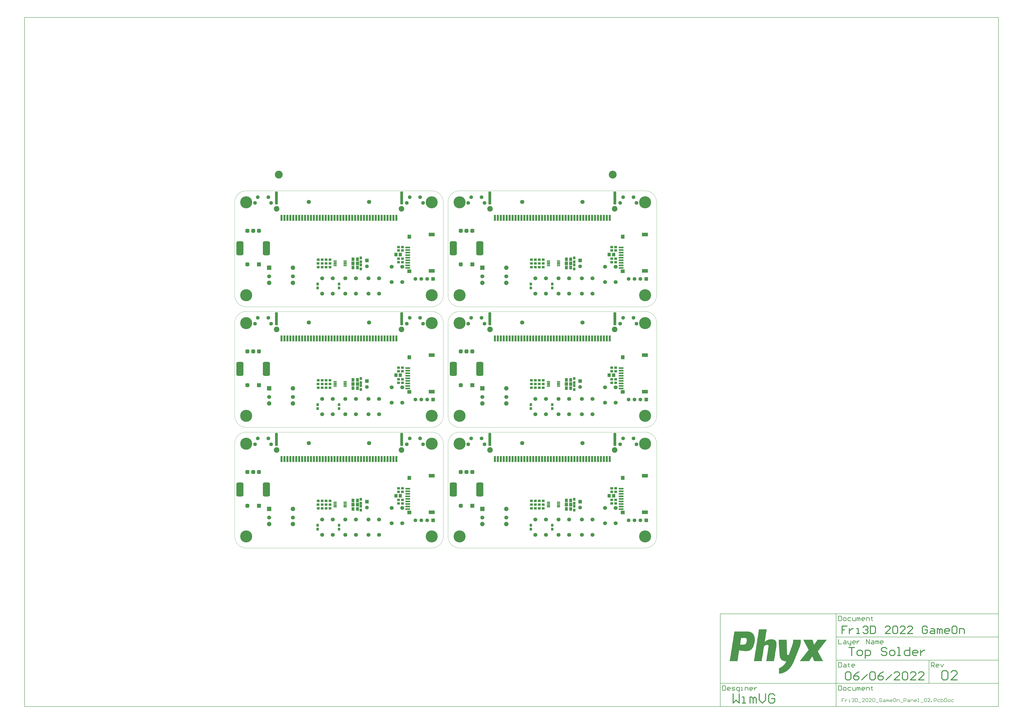
<source format=gts>
G04*
G04 #@! TF.GenerationSoftware,Altium Limited,Altium Designer,22.6.0 (29)*
G04*
G04 Layer_Color=8388736*
%FSLAX25Y25*%
%MOIN*%
G70*
G04*
G04 #@! TF.SameCoordinates,10DF7CA3-E9B9-4642-BBA7-13C8921E1616*
G04*
G04*
G04 #@! TF.FilePolarity,Negative*
G04*
G01*
G75*
%ADD10C,0.01575*%
%ADD14C,0.00984*%
%ADD19R,0.05512X0.06299*%
%ADD25C,0.00394*%
%ADD26C,0.00787*%
%ADD27C,0.07087*%
%ADD28C,0.06299*%
%ADD33C,0.06693*%
%ADD37R,0.06299X0.06299*%
%ADD45R,0.04724X0.04331*%
%ADD46R,0.04331X0.04724*%
%ADD47R,0.03543X0.10236*%
%ADD48R,0.08268X0.03150*%
%ADD49R,0.05906X0.06693*%
%ADD50R,0.06693X0.05906*%
%ADD51R,0.09843X0.05906*%
%ADD52R,0.05709X0.01968*%
%ADD53R,0.05118X0.06299*%
%ADD54C,0.13386*%
%ADD55C,0.07480*%
%ADD56R,0.07480X0.07480*%
G04:AMPARAMS|DCode=57|XSize=47.24mil|YSize=220.47mil|CornerRadius=12.8mil|HoleSize=0mil|Usage=FLASHONLY|Rotation=0.000|XOffset=0mil|YOffset=0mil|HoleType=Round|Shape=RoundedRectangle|*
%AMROUNDEDRECTD57*
21,1,0.04724,0.19488,0,0,0.0*
21,1,0.02165,0.22047,0,0,0.0*
1,1,0.02559,0.01083,-0.09744*
1,1,0.02559,-0.01083,-0.09744*
1,1,0.02559,-0.01083,0.09744*
1,1,0.02559,0.01083,0.09744*
%
%ADD57ROUNDEDRECTD57*%
%ADD58C,0.09449*%
G04:AMPARAMS|DCode=59|XSize=122.05mil|YSize=240.16mil|CornerRadius=31.5mil|HoleSize=0mil|Usage=FLASHONLY|Rotation=0.000|XOffset=0mil|YOffset=0mil|HoleType=Round|Shape=RoundedRectangle|*
%AMROUNDEDRECTD59*
21,1,0.12205,0.17717,0,0,0.0*
21,1,0.05906,0.24016,0,0,0.0*
1,1,0.06299,0.02953,-0.08858*
1,1,0.06299,-0.02953,-0.08858*
1,1,0.06299,-0.02953,0.08858*
1,1,0.06299,0.02953,0.08858*
%
%ADD59ROUNDEDRECTD59*%
G04:AMPARAMS|DCode=60|XSize=66.93mil|YSize=66.93mil|CornerRadius=17.72mil|HoleSize=0mil|Usage=FLASHONLY|Rotation=0.000|XOffset=0mil|YOffset=0mil|HoleType=Round|Shape=RoundedRectangle|*
%AMROUNDEDRECTD60*
21,1,0.06693,0.03150,0,0,0.0*
21,1,0.03150,0.06693,0,0,0.0*
1,1,0.03543,0.01575,-0.01575*
1,1,0.03543,-0.01575,-0.01575*
1,1,0.03543,-0.01575,0.01575*
1,1,0.03543,0.01575,0.01575*
%
%ADD60ROUNDEDRECTD60*%
%ADD61R,0.06693X0.06693*%
%ADD62C,0.00394*%
%ADD63R,0.06299X0.06299*%
%ADD64C,0.20473*%
G36*
X872201Y-141778D02*
X873919D01*
Y-142065D01*
X874778D01*
Y-142351D01*
X875637D01*
Y-142637D01*
X876496D01*
Y-142924D01*
X877069D01*
Y-143210D01*
X877355D01*
Y-143496D01*
X877928D01*
Y-143783D01*
X878214D01*
Y-144069D01*
X878786D01*
Y-144355D01*
X879073D01*
Y-144641D01*
X879359D01*
Y-144928D01*
X879646D01*
Y-145214D01*
X879932D01*
Y-145501D01*
X880218D01*
Y-145787D01*
X880504D01*
Y-146073D01*
Y-146359D01*
X880791D01*
Y-146646D01*
X881077D01*
Y-146932D01*
Y-147218D01*
X881363D01*
Y-147505D01*
X881650D01*
Y-147791D01*
Y-148077D01*
X881936D01*
Y-148364D01*
Y-148650D01*
Y-148936D01*
X882222D01*
Y-149223D01*
Y-149509D01*
Y-149795D01*
X882509D01*
Y-150082D01*
Y-150368D01*
Y-150654D01*
Y-150940D01*
X882795D01*
Y-151227D01*
Y-151513D01*
Y-151799D01*
Y-152086D01*
Y-152372D01*
X883081D01*
Y-152658D01*
Y-152945D01*
Y-153231D01*
Y-153517D01*
Y-153804D01*
Y-154090D01*
Y-154376D01*
Y-154663D01*
Y-154949D01*
Y-155235D01*
Y-155521D01*
Y-155808D01*
Y-156094D01*
Y-156380D01*
Y-156667D01*
Y-156953D01*
Y-157239D01*
Y-157526D01*
Y-157812D01*
Y-158098D01*
X882795D01*
Y-158385D01*
Y-158671D01*
Y-158957D01*
Y-159244D01*
Y-159530D01*
Y-159816D01*
Y-160102D01*
X882509D01*
Y-160389D01*
Y-160675D01*
Y-160961D01*
Y-161248D01*
Y-161534D01*
X882222D01*
Y-161820D01*
Y-162107D01*
Y-162393D01*
Y-162679D01*
Y-162966D01*
X881936D01*
Y-163252D01*
Y-163538D01*
Y-163824D01*
X881650D01*
Y-164111D01*
Y-164397D01*
Y-164683D01*
Y-164970D01*
X881363D01*
Y-165256D01*
Y-165542D01*
Y-165829D01*
X881077D01*
Y-166115D01*
Y-166401D01*
X880791D01*
Y-166688D01*
Y-166974D01*
Y-167260D01*
X880504D01*
Y-167547D01*
Y-167833D01*
X880218D01*
Y-168119D01*
Y-168405D01*
X879932D01*
Y-168692D01*
Y-168978D01*
X879646D01*
Y-169264D01*
X879359D01*
Y-169551D01*
Y-169837D01*
X879073D01*
Y-170123D01*
X878786D01*
Y-170410D01*
X878500D01*
Y-170696D01*
Y-170982D01*
X878214D01*
Y-171269D01*
X877928D01*
Y-171555D01*
X877641D01*
Y-171841D01*
X877355D01*
Y-172127D01*
X877069D01*
Y-172414D01*
X876496D01*
Y-172700D01*
X876210D01*
Y-172986D01*
X875637D01*
Y-173273D01*
X875351D01*
Y-173559D01*
X874778D01*
Y-173845D01*
X873919D01*
Y-174132D01*
X873060D01*
Y-174418D01*
X872201D01*
Y-174704D01*
X870483D01*
Y-174991D01*
X865330D01*
Y-174704D01*
X862753D01*
Y-174418D01*
X860749D01*
Y-174132D01*
X859317D01*
Y-173845D01*
X857886D01*
Y-173559D01*
X856454D01*
Y-173845D01*
Y-174132D01*
Y-174418D01*
Y-174704D01*
Y-174991D01*
Y-175277D01*
Y-175563D01*
X856168D01*
Y-175850D01*
Y-176136D01*
Y-176422D01*
Y-176709D01*
Y-176995D01*
Y-177281D01*
X855882D01*
Y-177568D01*
Y-177854D01*
Y-178140D01*
Y-178426D01*
Y-178713D01*
Y-178999D01*
X855595D01*
Y-179285D01*
Y-179572D01*
Y-179858D01*
Y-180144D01*
Y-180431D01*
Y-180717D01*
Y-181003D01*
X855309D01*
Y-181290D01*
Y-181576D01*
Y-181862D01*
Y-182149D01*
Y-182435D01*
Y-182721D01*
X855023D01*
Y-183007D01*
Y-183294D01*
Y-183580D01*
Y-183866D01*
Y-184153D01*
Y-184439D01*
X854736D01*
Y-184725D01*
Y-185012D01*
Y-185298D01*
Y-185584D01*
Y-185871D01*
Y-186157D01*
Y-186443D01*
X854450D01*
Y-186730D01*
Y-187016D01*
Y-187302D01*
Y-187588D01*
Y-187875D01*
Y-188161D01*
X854164D01*
Y-188447D01*
Y-188734D01*
Y-189020D01*
Y-189306D01*
Y-189593D01*
Y-189879D01*
X853877D01*
Y-190165D01*
Y-190452D01*
Y-190738D01*
Y-191024D01*
Y-191311D01*
Y-191597D01*
Y-191883D01*
X840421D01*
Y-191597D01*
X840707D01*
Y-191311D01*
Y-191024D01*
Y-190738D01*
Y-190452D01*
Y-190165D01*
X840993D01*
Y-189879D01*
Y-189593D01*
Y-189306D01*
Y-189020D01*
Y-188734D01*
Y-188447D01*
Y-188161D01*
X841280D01*
Y-187875D01*
Y-187588D01*
Y-187302D01*
Y-187016D01*
Y-186730D01*
Y-186443D01*
X841566D01*
Y-186157D01*
Y-185871D01*
Y-185584D01*
Y-185298D01*
Y-185012D01*
Y-184725D01*
X841852D01*
Y-184439D01*
Y-184153D01*
Y-183866D01*
Y-183580D01*
Y-183294D01*
Y-183007D01*
Y-182721D01*
X842138D01*
Y-182435D01*
Y-182149D01*
Y-181862D01*
Y-181576D01*
Y-181290D01*
Y-181003D01*
X842425D01*
Y-180717D01*
Y-180431D01*
Y-180144D01*
Y-179858D01*
Y-179572D01*
Y-179285D01*
X842711D01*
Y-178999D01*
Y-178713D01*
Y-178426D01*
Y-178140D01*
Y-177854D01*
Y-177568D01*
X842997D01*
Y-177281D01*
Y-176995D01*
Y-176709D01*
Y-176422D01*
Y-176136D01*
Y-175850D01*
Y-175563D01*
X843284D01*
Y-175277D01*
Y-174991D01*
Y-174704D01*
Y-174418D01*
Y-174132D01*
Y-173845D01*
X843570D01*
Y-173559D01*
Y-173273D01*
Y-172986D01*
Y-172700D01*
Y-172414D01*
Y-172127D01*
X843856D01*
Y-171841D01*
Y-171555D01*
Y-171269D01*
Y-170982D01*
Y-170696D01*
Y-170410D01*
X844143D01*
Y-170123D01*
Y-169837D01*
Y-169551D01*
Y-169264D01*
Y-168978D01*
Y-168692D01*
Y-168405D01*
X844429D01*
Y-168119D01*
Y-167833D01*
Y-167547D01*
Y-167260D01*
Y-166974D01*
Y-166688D01*
X844715D01*
Y-166401D01*
Y-166115D01*
Y-165829D01*
Y-165542D01*
Y-165256D01*
Y-164970D01*
X845002D01*
Y-164683D01*
Y-164397D01*
Y-164111D01*
Y-163824D01*
Y-163538D01*
Y-163252D01*
Y-162966D01*
X845288D01*
Y-162679D01*
Y-162393D01*
Y-162107D01*
Y-161820D01*
Y-161534D01*
Y-161248D01*
X845574D01*
Y-160961D01*
Y-160675D01*
Y-160389D01*
Y-160102D01*
Y-159816D01*
Y-159530D01*
X845861D01*
Y-159244D01*
Y-158957D01*
Y-158671D01*
Y-158385D01*
Y-158098D01*
Y-157812D01*
X846147D01*
Y-157526D01*
Y-157239D01*
Y-156953D01*
Y-156667D01*
Y-156380D01*
Y-156094D01*
Y-155808D01*
X846433D01*
Y-155521D01*
Y-155235D01*
Y-154949D01*
Y-154663D01*
Y-154376D01*
Y-154090D01*
X846719D01*
Y-153804D01*
Y-153517D01*
Y-153231D01*
Y-152945D01*
Y-152658D01*
Y-152372D01*
X847006D01*
Y-152086D01*
Y-151799D01*
Y-151513D01*
Y-151227D01*
Y-150940D01*
Y-150654D01*
Y-150368D01*
X847292D01*
Y-150082D01*
Y-149795D01*
Y-149509D01*
Y-149223D01*
Y-148936D01*
Y-148650D01*
X847578D01*
Y-148364D01*
Y-148077D01*
Y-147791D01*
Y-147505D01*
Y-147218D01*
Y-146932D01*
X847865D01*
Y-146646D01*
Y-146359D01*
Y-146073D01*
Y-145787D01*
Y-145501D01*
Y-145214D01*
Y-144928D01*
X848151D01*
Y-144641D01*
Y-144355D01*
Y-144069D01*
Y-143783D01*
Y-143496D01*
Y-143210D01*
X848437D01*
Y-142924D01*
Y-142637D01*
Y-142351D01*
Y-142065D01*
Y-141778D01*
Y-141492D01*
X872201D01*
Y-141778D01*
D02*
G37*
G36*
X903409Y-138343D02*
Y-138629D01*
X903123D01*
Y-138915D01*
Y-139202D01*
Y-139488D01*
Y-139774D01*
Y-140060D01*
Y-140347D01*
X902837D01*
Y-140633D01*
Y-140919D01*
Y-141206D01*
Y-141492D01*
Y-141778D01*
Y-142065D01*
X902551D01*
Y-142351D01*
Y-142637D01*
Y-142924D01*
Y-143210D01*
Y-143496D01*
Y-143783D01*
Y-144069D01*
X902264D01*
Y-144355D01*
Y-144641D01*
Y-144928D01*
Y-145214D01*
Y-145501D01*
Y-145787D01*
X901978D01*
Y-146073D01*
Y-146359D01*
Y-146646D01*
Y-146932D01*
Y-147218D01*
Y-147505D01*
X901692D01*
Y-147791D01*
Y-148077D01*
Y-148364D01*
Y-148650D01*
Y-148936D01*
Y-149223D01*
Y-149509D01*
X901405D01*
Y-149795D01*
Y-150082D01*
Y-150368D01*
Y-150654D01*
Y-150940D01*
Y-151227D01*
X901119D01*
Y-151513D01*
Y-151799D01*
Y-152086D01*
Y-152372D01*
Y-152658D01*
Y-152945D01*
X900833D01*
Y-153231D01*
Y-153517D01*
Y-153804D01*
Y-154090D01*
Y-154376D01*
Y-154663D01*
X900546D01*
Y-154949D01*
Y-155235D01*
Y-155521D01*
Y-155808D01*
Y-156094D01*
Y-156380D01*
Y-156667D01*
X900260D01*
Y-156953D01*
Y-157239D01*
Y-157526D01*
Y-157812D01*
Y-158098D01*
Y-158385D01*
X899974D01*
Y-158671D01*
Y-158957D01*
X900546D01*
Y-158671D01*
X900833D01*
Y-158385D01*
X901119D01*
Y-158098D01*
X901692D01*
Y-157812D01*
X901978D01*
Y-157526D01*
X902264D01*
Y-157239D01*
X902837D01*
Y-156953D01*
X903409D01*
Y-156667D01*
X903696D01*
Y-156380D01*
X904268D01*
Y-156094D01*
X905127D01*
Y-155808D01*
X905700D01*
Y-155521D01*
X906559D01*
Y-155235D01*
X907990D01*
Y-154949D01*
X914289D01*
Y-155235D01*
X915435D01*
Y-155521D01*
X916294D01*
Y-155808D01*
X916866D01*
Y-156094D01*
X917153D01*
Y-156380D01*
X917725D01*
Y-156667D01*
X918011D01*
Y-156953D01*
X918298D01*
Y-157239D01*
X918584D01*
Y-157526D01*
X918870D01*
Y-157812D01*
Y-158098D01*
X919157D01*
Y-158385D01*
Y-158671D01*
X919443D01*
Y-158957D01*
Y-159244D01*
Y-159530D01*
X919729D01*
Y-159816D01*
Y-160102D01*
Y-160389D01*
Y-160675D01*
X920016D01*
Y-160961D01*
Y-161248D01*
Y-161534D01*
Y-161820D01*
Y-162107D01*
Y-162393D01*
Y-162679D01*
Y-162966D01*
Y-163252D01*
Y-163538D01*
Y-163824D01*
Y-164111D01*
Y-164397D01*
Y-164683D01*
Y-164970D01*
Y-165256D01*
Y-165542D01*
Y-165829D01*
X919729D01*
Y-166115D01*
Y-166401D01*
Y-166688D01*
Y-166974D01*
Y-167260D01*
Y-167547D01*
Y-167833D01*
X919443D01*
Y-168119D01*
Y-168405D01*
Y-168692D01*
Y-168978D01*
Y-169264D01*
Y-169551D01*
Y-169837D01*
X919157D01*
Y-170123D01*
Y-170410D01*
Y-170696D01*
Y-170982D01*
Y-171269D01*
Y-171555D01*
X918870D01*
Y-171841D01*
Y-172127D01*
Y-172414D01*
Y-172700D01*
Y-172986D01*
Y-173273D01*
X918584D01*
Y-173559D01*
Y-173845D01*
Y-174132D01*
Y-174418D01*
Y-174704D01*
Y-174991D01*
X918298D01*
Y-175277D01*
Y-175563D01*
Y-175850D01*
Y-176136D01*
Y-176422D01*
Y-176709D01*
Y-176995D01*
X918011D01*
Y-177281D01*
Y-177568D01*
Y-177854D01*
Y-178140D01*
Y-178426D01*
Y-178713D01*
X917725D01*
Y-178999D01*
Y-179285D01*
Y-179572D01*
Y-179858D01*
Y-180144D01*
Y-180431D01*
X917439D01*
Y-180717D01*
Y-181003D01*
Y-181290D01*
Y-181576D01*
Y-181862D01*
Y-182149D01*
Y-182435D01*
X917153D01*
Y-182721D01*
Y-183007D01*
Y-183294D01*
Y-183580D01*
Y-183866D01*
Y-184153D01*
X916866D01*
Y-184439D01*
Y-184725D01*
Y-185012D01*
Y-185298D01*
Y-185584D01*
Y-185871D01*
X916580D01*
Y-186157D01*
Y-186443D01*
Y-186730D01*
Y-187016D01*
Y-187302D01*
Y-187588D01*
X916294D01*
Y-187875D01*
Y-188161D01*
Y-188447D01*
Y-188734D01*
Y-189020D01*
Y-189306D01*
Y-189593D01*
X916007D01*
Y-189879D01*
Y-190165D01*
Y-190452D01*
Y-190738D01*
Y-191024D01*
Y-191311D01*
X915721D01*
Y-191597D01*
Y-191883D01*
X902551D01*
Y-191597D01*
Y-191311D01*
X902837D01*
Y-191024D01*
Y-190738D01*
Y-190452D01*
Y-190165D01*
Y-189879D01*
Y-189593D01*
X903123D01*
Y-189306D01*
Y-189020D01*
Y-188734D01*
Y-188447D01*
Y-188161D01*
Y-187875D01*
Y-187588D01*
X903409D01*
Y-187302D01*
Y-187016D01*
Y-186730D01*
Y-186443D01*
Y-186157D01*
Y-185871D01*
X903696D01*
Y-185584D01*
Y-185298D01*
Y-185012D01*
Y-184725D01*
Y-184439D01*
Y-184153D01*
X903982D01*
Y-183866D01*
Y-183580D01*
Y-183294D01*
Y-183007D01*
Y-182721D01*
Y-182435D01*
Y-182149D01*
X904268D01*
Y-181862D01*
Y-181576D01*
Y-181290D01*
Y-181003D01*
Y-180717D01*
Y-180431D01*
X904555D01*
Y-180144D01*
Y-179858D01*
Y-179572D01*
Y-179285D01*
Y-178999D01*
Y-178713D01*
Y-178426D01*
X904841D01*
Y-178140D01*
Y-177854D01*
Y-177568D01*
Y-177281D01*
Y-176995D01*
Y-176709D01*
X905127D01*
Y-176422D01*
Y-176136D01*
Y-175850D01*
Y-175563D01*
Y-175277D01*
Y-174991D01*
X905414D01*
Y-174704D01*
Y-174418D01*
Y-174132D01*
Y-173845D01*
Y-173559D01*
Y-173273D01*
X905700D01*
Y-172986D01*
Y-172700D01*
Y-172414D01*
Y-172127D01*
Y-171841D01*
Y-171555D01*
Y-171269D01*
X905986D01*
Y-170982D01*
Y-170696D01*
Y-170410D01*
Y-170123D01*
Y-169837D01*
Y-169551D01*
X906273D01*
Y-169264D01*
Y-168978D01*
Y-168692D01*
Y-168405D01*
Y-168119D01*
Y-167833D01*
Y-167547D01*
X906559D01*
Y-167260D01*
Y-166974D01*
Y-166688D01*
Y-166401D01*
Y-166115D01*
Y-165829D01*
X906273D01*
Y-165542D01*
Y-165256D01*
X905986D01*
Y-164970D01*
X905700D01*
Y-164683D01*
X905127D01*
Y-164397D01*
X903409D01*
Y-164683D01*
X901978D01*
Y-164970D01*
X901119D01*
Y-165256D01*
X900546D01*
Y-165542D01*
X900260D01*
Y-165829D01*
X899687D01*
Y-166115D01*
X899401D01*
Y-166401D01*
X899115D01*
Y-166688D01*
Y-166974D01*
X898828D01*
Y-167260D01*
Y-167547D01*
Y-167833D01*
X898542D01*
Y-168119D01*
Y-168405D01*
Y-168692D01*
Y-168978D01*
Y-169264D01*
Y-169551D01*
X898256D01*
Y-169837D01*
Y-170123D01*
Y-170410D01*
Y-170696D01*
Y-170982D01*
Y-171269D01*
Y-171555D01*
X897970D01*
Y-171841D01*
Y-172127D01*
Y-172414D01*
Y-172700D01*
Y-172986D01*
Y-173273D01*
X897683D01*
Y-173559D01*
Y-173845D01*
Y-174132D01*
Y-174418D01*
Y-174704D01*
Y-174991D01*
X897397D01*
Y-175277D01*
Y-175563D01*
Y-175850D01*
Y-176136D01*
Y-176422D01*
Y-176709D01*
X897111D01*
Y-176995D01*
Y-177281D01*
Y-177568D01*
Y-177854D01*
Y-178140D01*
Y-178426D01*
Y-178713D01*
X896824D01*
Y-178999D01*
Y-179285D01*
Y-179572D01*
Y-179858D01*
Y-180144D01*
Y-180431D01*
X896538D01*
Y-180717D01*
Y-181003D01*
Y-181290D01*
Y-181576D01*
Y-181862D01*
Y-182149D01*
X896252D01*
Y-182435D01*
Y-182721D01*
Y-183007D01*
Y-183294D01*
Y-183580D01*
Y-183866D01*
Y-184153D01*
X895965D01*
Y-184439D01*
Y-184725D01*
Y-185012D01*
Y-185298D01*
Y-185584D01*
Y-185871D01*
X895679D01*
Y-186157D01*
Y-186443D01*
Y-186730D01*
Y-187016D01*
Y-187302D01*
Y-187588D01*
X895393D01*
Y-187875D01*
Y-188161D01*
Y-188447D01*
Y-188734D01*
Y-189020D01*
Y-189306D01*
X895106D01*
Y-189593D01*
Y-189879D01*
Y-190165D01*
Y-190452D01*
Y-190738D01*
Y-191024D01*
Y-191311D01*
X894820D01*
Y-191597D01*
Y-191883D01*
X881650D01*
Y-191597D01*
Y-191311D01*
X881936D01*
Y-191024D01*
Y-190738D01*
Y-190452D01*
Y-190165D01*
Y-189879D01*
Y-189593D01*
Y-189306D01*
X882222D01*
Y-189020D01*
Y-188734D01*
Y-188447D01*
Y-188161D01*
Y-187875D01*
Y-187588D01*
X882509D01*
Y-187302D01*
Y-187016D01*
Y-186730D01*
Y-186443D01*
Y-186157D01*
Y-185871D01*
X882795D01*
Y-185584D01*
Y-185298D01*
Y-185012D01*
Y-184725D01*
Y-184439D01*
Y-184153D01*
Y-183866D01*
X883081D01*
Y-183580D01*
Y-183294D01*
Y-183007D01*
Y-182721D01*
Y-182435D01*
Y-182149D01*
X883368D01*
Y-181862D01*
Y-181576D01*
Y-181290D01*
Y-181003D01*
Y-180717D01*
Y-180431D01*
X883654D01*
Y-180144D01*
Y-179858D01*
Y-179572D01*
Y-179285D01*
Y-178999D01*
Y-178713D01*
X883940D01*
Y-178426D01*
Y-178140D01*
Y-177854D01*
Y-177568D01*
Y-177281D01*
Y-176995D01*
Y-176709D01*
X884227D01*
Y-176422D01*
Y-176136D01*
Y-175850D01*
Y-175563D01*
Y-175277D01*
Y-174991D01*
X884513D01*
Y-174704D01*
Y-174418D01*
Y-174132D01*
Y-173845D01*
Y-173559D01*
Y-173273D01*
X884799D01*
Y-172986D01*
Y-172700D01*
Y-172414D01*
Y-172127D01*
Y-171841D01*
Y-171555D01*
Y-171269D01*
X885085D01*
Y-170982D01*
Y-170696D01*
Y-170410D01*
Y-170123D01*
Y-169837D01*
Y-169551D01*
X885372D01*
Y-169264D01*
Y-168978D01*
Y-168692D01*
Y-168405D01*
Y-168119D01*
Y-167833D01*
X885658D01*
Y-167547D01*
Y-167260D01*
Y-166974D01*
Y-166688D01*
Y-166401D01*
Y-166115D01*
X885944D01*
Y-165829D01*
Y-165542D01*
Y-165256D01*
Y-164970D01*
Y-164683D01*
Y-164397D01*
Y-164111D01*
X886231D01*
Y-163824D01*
Y-163538D01*
Y-163252D01*
Y-162966D01*
Y-162679D01*
Y-162393D01*
X886517D01*
Y-162107D01*
Y-161820D01*
Y-161534D01*
Y-161248D01*
Y-160961D01*
Y-160675D01*
X886803D01*
Y-160389D01*
Y-160102D01*
Y-159816D01*
Y-159530D01*
Y-159244D01*
Y-158957D01*
X887090D01*
Y-158671D01*
Y-158385D01*
Y-158098D01*
Y-157812D01*
Y-157526D01*
Y-157239D01*
Y-156953D01*
X887376D01*
Y-156667D01*
Y-156380D01*
Y-156094D01*
Y-155808D01*
Y-155521D01*
Y-155235D01*
X887662D01*
Y-154949D01*
Y-154663D01*
Y-154376D01*
Y-154090D01*
Y-153804D01*
Y-153517D01*
X887949D01*
Y-153231D01*
Y-152945D01*
Y-152658D01*
Y-152372D01*
Y-152086D01*
Y-151799D01*
Y-151513D01*
X888235D01*
Y-151227D01*
Y-150940D01*
Y-150654D01*
Y-150368D01*
Y-150082D01*
Y-149795D01*
X888521D01*
Y-149509D01*
Y-149223D01*
Y-148936D01*
Y-148650D01*
Y-148364D01*
Y-148077D01*
X888807D01*
Y-147791D01*
Y-147505D01*
Y-147218D01*
Y-146932D01*
Y-146646D01*
Y-146359D01*
X889094D01*
Y-146073D01*
Y-145787D01*
Y-145501D01*
Y-145214D01*
Y-144928D01*
Y-144641D01*
Y-144355D01*
X889380D01*
Y-144069D01*
Y-143783D01*
Y-143496D01*
Y-143210D01*
Y-142924D01*
Y-142637D01*
X889666D01*
Y-142351D01*
Y-142065D01*
Y-141778D01*
Y-141492D01*
Y-141206D01*
Y-140919D01*
X889953D01*
Y-140633D01*
Y-140347D01*
Y-140060D01*
Y-139774D01*
Y-139488D01*
Y-139202D01*
Y-138915D01*
X890239D01*
Y-138629D01*
Y-138343D01*
Y-138056D01*
X903409D01*
Y-138343D01*
D02*
G37*
G36*
X1005337Y-155808D02*
X1005050D01*
Y-156094D01*
X1004764D01*
Y-156380D01*
Y-156667D01*
X1004478D01*
Y-156953D01*
X1004192D01*
Y-157239D01*
X1003905D01*
Y-157526D01*
Y-157812D01*
X1003619D01*
Y-158098D01*
X1003333D01*
Y-158385D01*
X1003046D01*
Y-158671D01*
X1002760D01*
Y-158957D01*
Y-159244D01*
X1002474D01*
Y-159530D01*
X1002187D01*
Y-159816D01*
X1001901D01*
Y-160102D01*
Y-160389D01*
X1001615D01*
Y-160675D01*
X1001328D01*
Y-160961D01*
X1001042D01*
Y-161248D01*
X1000756D01*
Y-161534D01*
Y-161820D01*
X1000469D01*
Y-162107D01*
X1000183D01*
Y-162393D01*
X999897D01*
Y-162679D01*
Y-162966D01*
X999611D01*
Y-163252D01*
X999324D01*
Y-163538D01*
X999038D01*
Y-163824D01*
Y-164111D01*
X998752D01*
Y-164397D01*
X998465D01*
Y-164683D01*
X998179D01*
Y-164970D01*
X997893D01*
Y-165256D01*
Y-165542D01*
X997606D01*
Y-165829D01*
X997320D01*
Y-166115D01*
X997034D01*
Y-166401D01*
Y-166688D01*
X996747D01*
Y-166974D01*
X996461D01*
Y-167260D01*
X996175D01*
Y-167547D01*
Y-167833D01*
X995889D01*
Y-168119D01*
X995602D01*
Y-168405D01*
X995316D01*
Y-168692D01*
X995030D01*
Y-168978D01*
Y-169264D01*
X994743D01*
Y-169551D01*
X994457D01*
Y-169837D01*
X994171D01*
Y-170123D01*
Y-170410D01*
X993884D01*
Y-170696D01*
X993598D01*
Y-170982D01*
X993312D01*
Y-171269D01*
Y-171555D01*
X993025D01*
Y-171841D01*
X992739D01*
Y-172127D01*
X992453D01*
Y-172414D01*
X992166D01*
Y-172700D01*
Y-172986D01*
X991880D01*
Y-173273D01*
X991594D01*
Y-173559D01*
X991308D01*
Y-173845D01*
Y-174132D01*
X991021D01*
Y-174418D01*
X990735D01*
Y-174704D01*
X990449D01*
Y-174991D01*
X990162D01*
Y-175277D01*
Y-175563D01*
X990449D01*
Y-175850D01*
Y-176136D01*
X990735D01*
Y-176422D01*
Y-176709D01*
X991021D01*
Y-176995D01*
X991308D01*
Y-177281D01*
Y-177568D01*
X991594D01*
Y-177854D01*
Y-178140D01*
X991880D01*
Y-178426D01*
Y-178713D01*
X992166D01*
Y-178999D01*
Y-179285D01*
X992453D01*
Y-179572D01*
Y-179858D01*
X992739D01*
Y-180144D01*
Y-180431D01*
X993025D01*
Y-180717D01*
Y-181003D01*
X993312D01*
Y-181290D01*
Y-181576D01*
X993598D01*
Y-181862D01*
X993884D01*
Y-182149D01*
Y-182435D01*
X994171D01*
Y-182721D01*
Y-183007D01*
X994457D01*
Y-183294D01*
Y-183580D01*
X994743D01*
Y-183866D01*
Y-184153D01*
X995030D01*
Y-184439D01*
Y-184725D01*
X995316D01*
Y-185012D01*
Y-185298D01*
X995602D01*
Y-185584D01*
Y-185871D01*
X995889D01*
Y-186157D01*
X996175D01*
Y-186443D01*
Y-186730D01*
X996461D01*
Y-187016D01*
Y-187302D01*
X996747D01*
Y-187588D01*
Y-187875D01*
X997034D01*
Y-188161D01*
Y-188447D01*
X997320D01*
Y-188734D01*
Y-189020D01*
X997606D01*
Y-189306D01*
Y-189593D01*
X997893D01*
Y-189879D01*
Y-190165D01*
X998179D01*
Y-190452D01*
X998465D01*
Y-190738D01*
Y-191024D01*
X998752D01*
Y-191311D01*
Y-191597D01*
X999038D01*
Y-191883D01*
X983863D01*
Y-191597D01*
X983577D01*
Y-191311D01*
Y-191024D01*
Y-190738D01*
X983291D01*
Y-190452D01*
Y-190165D01*
Y-189879D01*
X983004D01*
Y-189593D01*
Y-189306D01*
X982718D01*
Y-189020D01*
Y-188734D01*
Y-188447D01*
X982432D01*
Y-188161D01*
Y-187875D01*
Y-187588D01*
X982146D01*
Y-187302D01*
Y-187016D01*
X981859D01*
Y-186730D01*
Y-186443D01*
Y-186157D01*
X981573D01*
Y-185871D01*
Y-185584D01*
Y-185298D01*
X981287D01*
Y-185012D01*
Y-184725D01*
Y-184439D01*
X981000D01*
Y-184153D01*
X980428D01*
Y-184439D01*
Y-184725D01*
X980141D01*
Y-185012D01*
X979855D01*
Y-185298D01*
Y-185584D01*
X979569D01*
Y-185871D01*
X979282D01*
Y-186157D01*
Y-186443D01*
X978996D01*
Y-186730D01*
X978710D01*
Y-187016D01*
Y-187302D01*
X978423D01*
Y-187588D01*
X978137D01*
Y-187875D01*
X977851D01*
Y-188161D01*
Y-188447D01*
X977565D01*
Y-188734D01*
X977278D01*
Y-189020D01*
Y-189306D01*
X976992D01*
Y-189593D01*
X976705D01*
Y-189879D01*
Y-190165D01*
X976419D01*
Y-190452D01*
X976133D01*
Y-190738D01*
Y-191024D01*
X975847D01*
Y-191311D01*
X975560D01*
Y-191597D01*
Y-191883D01*
X959527D01*
Y-191597D01*
X959813D01*
Y-191311D01*
X960099D01*
Y-191024D01*
X960386D01*
Y-190738D01*
X960672D01*
Y-190452D01*
Y-190165D01*
X960958D01*
Y-189879D01*
X961245D01*
Y-189593D01*
X961531D01*
Y-189306D01*
X961817D01*
Y-189020D01*
Y-188734D01*
X962104D01*
Y-188447D01*
X962390D01*
Y-188161D01*
X962676D01*
Y-187875D01*
Y-187588D01*
X962963D01*
Y-187302D01*
X963249D01*
Y-187016D01*
X963535D01*
Y-186730D01*
X963822D01*
Y-186443D01*
Y-186157D01*
X964108D01*
Y-185871D01*
X964394D01*
Y-185584D01*
X964680D01*
Y-185298D01*
X964967D01*
Y-185012D01*
Y-184725D01*
X965253D01*
Y-184439D01*
X965539D01*
Y-184153D01*
X965826D01*
Y-183866D01*
Y-183580D01*
X966112D01*
Y-183294D01*
X966398D01*
Y-183007D01*
X966685D01*
Y-182721D01*
X966971D01*
Y-182435D01*
Y-182149D01*
X967257D01*
Y-181862D01*
X967544D01*
Y-181576D01*
X967830D01*
Y-181290D01*
Y-181003D01*
X968116D01*
Y-180717D01*
X968402D01*
Y-180431D01*
X968689D01*
Y-180144D01*
X968975D01*
Y-179858D01*
Y-179572D01*
X969261D01*
Y-179285D01*
X969548D01*
Y-178999D01*
X969834D01*
Y-178713D01*
Y-178426D01*
X970120D01*
Y-178140D01*
X970407D01*
Y-177854D01*
X970693D01*
Y-177568D01*
X970979D01*
Y-177281D01*
Y-176995D01*
X971266D01*
Y-176709D01*
X971552D01*
Y-176422D01*
X971838D01*
Y-176136D01*
X972124D01*
Y-175850D01*
Y-175563D01*
X972411D01*
Y-175277D01*
X972697D01*
Y-174991D01*
X972983D01*
Y-174704D01*
Y-174418D01*
X973270D01*
Y-174132D01*
X973556D01*
Y-173845D01*
X973842D01*
Y-173559D01*
X974129D01*
Y-173273D01*
Y-172986D01*
X974415D01*
Y-172700D01*
Y-172414D01*
Y-172127D01*
X974129D01*
Y-171841D01*
X973842D01*
Y-171555D01*
Y-171269D01*
X973556D01*
Y-170982D01*
Y-170696D01*
X973270D01*
Y-170410D01*
Y-170123D01*
X972983D01*
Y-169837D01*
Y-169551D01*
X972697D01*
Y-169264D01*
Y-168978D01*
X972411D01*
Y-168692D01*
Y-168405D01*
X972124D01*
Y-168119D01*
X971838D01*
Y-167833D01*
Y-167547D01*
X971552D01*
Y-167260D01*
Y-166974D01*
X971266D01*
Y-166688D01*
Y-166401D01*
X970979D01*
Y-166115D01*
Y-165829D01*
X970693D01*
Y-165542D01*
Y-165256D01*
X970407D01*
Y-164970D01*
Y-164683D01*
X970120D01*
Y-164397D01*
X969834D01*
Y-164111D01*
Y-163824D01*
X969548D01*
Y-163538D01*
Y-163252D01*
X969261D01*
Y-162966D01*
Y-162679D01*
X968975D01*
Y-162393D01*
Y-162107D01*
X968689D01*
Y-161820D01*
Y-161534D01*
X968402D01*
Y-161248D01*
Y-160961D01*
X968116D01*
Y-160675D01*
Y-160389D01*
X967830D01*
Y-160102D01*
X967544D01*
Y-159816D01*
Y-159530D01*
X967257D01*
Y-159244D01*
Y-158957D01*
X966971D01*
Y-158671D01*
Y-158385D01*
X966685D01*
Y-158098D01*
Y-157812D01*
X966398D01*
Y-157526D01*
Y-157239D01*
X966112D01*
Y-156953D01*
Y-156667D01*
X965826D01*
Y-156380D01*
X965539D01*
Y-156094D01*
Y-155808D01*
X965253D01*
Y-155521D01*
X981000D01*
Y-155808D01*
X981287D01*
Y-156094D01*
Y-156380D01*
Y-156667D01*
X981573D01*
Y-156953D01*
Y-157239D01*
Y-157526D01*
X981859D01*
Y-157812D01*
Y-158098D01*
Y-158385D01*
X982146D01*
Y-158671D01*
Y-158957D01*
Y-159244D01*
X982432D01*
Y-159530D01*
Y-159816D01*
Y-160102D01*
X982718D01*
Y-160389D01*
Y-160675D01*
Y-160961D01*
X983004D01*
Y-161248D01*
Y-161534D01*
Y-161820D01*
X983291D01*
Y-162107D01*
Y-162393D01*
Y-162679D01*
X983577D01*
Y-162966D01*
Y-163252D01*
Y-163538D01*
Y-163824D01*
X984150D01*
Y-163538D01*
X984436D01*
Y-163252D01*
X984722D01*
Y-162966D01*
Y-162679D01*
X985009D01*
Y-162393D01*
X985295D01*
Y-162107D01*
Y-161820D01*
X985581D01*
Y-161534D01*
X985868D01*
Y-161248D01*
Y-160961D01*
X986154D01*
Y-160675D01*
X986440D01*
Y-160389D01*
Y-160102D01*
X986726D01*
Y-159816D01*
X987013D01*
Y-159530D01*
Y-159244D01*
X987299D01*
Y-158957D01*
X987585D01*
Y-158671D01*
Y-158385D01*
X987872D01*
Y-158098D01*
X988158D01*
Y-157812D01*
Y-157526D01*
X988444D01*
Y-157239D01*
X988731D01*
Y-156953D01*
Y-156667D01*
X989017D01*
Y-156380D01*
X989303D01*
Y-156094D01*
Y-155808D01*
X989590D01*
Y-155521D01*
X1005337D01*
Y-155808D01*
D02*
G37*
G36*
X961245D02*
Y-156094D01*
Y-156380D01*
Y-156667D01*
Y-156953D01*
Y-157239D01*
Y-157526D01*
Y-157812D01*
Y-158098D01*
Y-158385D01*
Y-158671D01*
Y-158957D01*
Y-159244D01*
Y-159530D01*
Y-159816D01*
Y-160102D01*
Y-160389D01*
Y-160675D01*
Y-160961D01*
Y-161248D01*
Y-161534D01*
X960958D01*
Y-161820D01*
Y-162107D01*
Y-162393D01*
Y-162679D01*
Y-162966D01*
X960672D01*
Y-163252D01*
Y-163538D01*
Y-163824D01*
Y-164111D01*
X960386D01*
Y-164397D01*
Y-164683D01*
Y-164970D01*
Y-165256D01*
X960099D01*
Y-165542D01*
Y-165829D01*
Y-166115D01*
X959813D01*
Y-166401D01*
Y-166688D01*
Y-166974D01*
X959527D01*
Y-167260D01*
Y-167547D01*
Y-167833D01*
X959241D01*
Y-168119D01*
Y-168405D01*
Y-168692D01*
X958954D01*
Y-168978D01*
Y-169264D01*
X958668D01*
Y-169551D01*
Y-169837D01*
X958381D01*
Y-170123D01*
Y-170410D01*
Y-170696D01*
X958095D01*
Y-170982D01*
Y-171269D01*
X957809D01*
Y-171555D01*
Y-171841D01*
Y-172127D01*
X957523D01*
Y-172414D01*
Y-172700D01*
X957236D01*
Y-172986D01*
Y-173273D01*
Y-173559D01*
X956950D01*
Y-173845D01*
Y-174132D01*
X956664D01*
Y-174418D01*
Y-174704D01*
Y-174991D01*
X956377D01*
Y-175277D01*
Y-175563D01*
X956091D01*
Y-175850D01*
Y-176136D01*
Y-176422D01*
X955805D01*
Y-176709D01*
Y-176995D01*
X955518D01*
Y-177281D01*
Y-177568D01*
Y-177854D01*
X955232D01*
Y-178140D01*
Y-178426D01*
X954946D01*
Y-178713D01*
Y-178999D01*
Y-179285D01*
X954659D01*
Y-179572D01*
Y-179858D01*
X954373D01*
Y-180144D01*
Y-180431D01*
Y-180717D01*
X954087D01*
Y-181003D01*
Y-181290D01*
X953800D01*
Y-181576D01*
Y-181862D01*
Y-182149D01*
X953514D01*
Y-182435D01*
Y-182721D01*
X953228D01*
Y-183007D01*
Y-183294D01*
Y-183580D01*
X952942D01*
Y-183866D01*
Y-184153D01*
X952655D01*
Y-184439D01*
Y-184725D01*
Y-185012D01*
X952369D01*
Y-185298D01*
Y-185584D01*
X952083D01*
Y-185871D01*
Y-186157D01*
Y-186443D01*
X951796D01*
Y-186730D01*
Y-187016D01*
X951510D01*
Y-187302D01*
Y-187588D01*
Y-187875D01*
X951224D01*
Y-188161D01*
Y-188447D01*
X950937D01*
Y-188734D01*
Y-189020D01*
Y-189306D01*
X950651D01*
Y-189593D01*
Y-189879D01*
X950365D01*
Y-190165D01*
Y-190452D01*
Y-190738D01*
X950078D01*
Y-191024D01*
Y-191311D01*
X949792D01*
Y-191597D01*
Y-191883D01*
Y-192169D01*
X949506D01*
Y-192456D01*
Y-192742D01*
X949220D01*
Y-193028D01*
Y-193315D01*
X948933D01*
Y-193601D01*
Y-193887D01*
X948647D01*
Y-194174D01*
Y-194460D01*
Y-194746D01*
X948361D01*
Y-195033D01*
X948074D01*
Y-195319D01*
Y-195605D01*
Y-195891D01*
X947788D01*
Y-196178D01*
X947502D01*
Y-196464D01*
Y-196750D01*
X947215D01*
Y-197037D01*
Y-197323D01*
X946929D01*
Y-197609D01*
Y-197896D01*
X946643D01*
Y-198182D01*
Y-198468D01*
X946356D01*
Y-198755D01*
X946070D01*
Y-199041D01*
Y-199327D01*
X945784D01*
Y-199614D01*
Y-199900D01*
X945497D01*
Y-200186D01*
X945211D01*
Y-200472D01*
X944925D01*
Y-200759D01*
Y-201045D01*
X944639D01*
Y-201331D01*
X944352D01*
Y-201618D01*
Y-201904D01*
X944066D01*
Y-202190D01*
X943780D01*
Y-202477D01*
X943493D01*
Y-202763D01*
Y-203049D01*
X943207D01*
Y-203336D01*
X942921D01*
Y-203622D01*
X942634D01*
Y-203908D01*
X942348D01*
Y-204195D01*
X942062D01*
Y-204481D01*
Y-204767D01*
X941775D01*
Y-205053D01*
X941489D01*
Y-205340D01*
X941203D01*
Y-205626D01*
X940916D01*
Y-205912D01*
X940630D01*
Y-206199D01*
X940344D01*
Y-206485D01*
X940057D01*
Y-206771D01*
X939485D01*
Y-207058D01*
X939199D01*
Y-207344D01*
X938912D01*
Y-207630D01*
X938626D01*
Y-207917D01*
X938340D01*
Y-208203D01*
X937767D01*
Y-208489D01*
X937481D01*
Y-208776D01*
X936908D01*
Y-209062D01*
X936622D01*
Y-209348D01*
X936049D01*
Y-209634D01*
X935763D01*
Y-209921D01*
X935190D01*
Y-210207D01*
X934618D01*
Y-210493D01*
X934045D01*
Y-210780D01*
X933472D01*
Y-211066D01*
X932900D01*
Y-211352D01*
X932041D01*
Y-211639D01*
X931468D01*
Y-211925D01*
X930609D01*
Y-212211D01*
X929464D01*
Y-212498D01*
X928319D01*
Y-212784D01*
X926601D01*
Y-213070D01*
X924597D01*
Y-213357D01*
X924310D01*
Y-213070D01*
Y-212784D01*
Y-212498D01*
Y-212211D01*
Y-211925D01*
Y-211639D01*
Y-211352D01*
Y-211066D01*
Y-210780D01*
Y-210493D01*
Y-210207D01*
Y-209921D01*
Y-209634D01*
Y-209348D01*
Y-209062D01*
Y-208776D01*
Y-208489D01*
Y-208203D01*
Y-207917D01*
Y-207630D01*
Y-207344D01*
Y-207058D01*
Y-206771D01*
Y-206485D01*
Y-206199D01*
Y-205912D01*
Y-205626D01*
Y-205340D01*
Y-205053D01*
Y-204767D01*
Y-204481D01*
Y-204195D01*
Y-203908D01*
X924883D01*
Y-203622D01*
X925455D01*
Y-203336D01*
X926028D01*
Y-203049D01*
X926601D01*
Y-202763D01*
X927173D01*
Y-202477D01*
X927746D01*
Y-202190D01*
X928032D01*
Y-201904D01*
X928605D01*
Y-201618D01*
X928891D01*
Y-201331D01*
X929464D01*
Y-201045D01*
X929750D01*
Y-200759D01*
X930037D01*
Y-200472D01*
X930609D01*
Y-200186D01*
X930896D01*
Y-199900D01*
X931182D01*
Y-199614D01*
X931468D01*
Y-199327D01*
X931754D01*
Y-199041D01*
X932041D01*
Y-198755D01*
X932327D01*
Y-198468D01*
X932613D01*
Y-198182D01*
X932900D01*
Y-197896D01*
X933186D01*
Y-197609D01*
X933472D01*
Y-197323D01*
X933759D01*
Y-197037D01*
Y-196750D01*
X934045D01*
Y-196464D01*
X934331D01*
Y-196178D01*
X934618D01*
Y-195891D01*
Y-195605D01*
X934904D01*
Y-195319D01*
X935190D01*
Y-195033D01*
Y-194746D01*
X935476D01*
Y-194460D01*
Y-194174D01*
X935763D01*
Y-193887D01*
X936049D01*
Y-193601D01*
Y-193315D01*
X936335D01*
Y-193028D01*
Y-192742D01*
X936622D01*
Y-192456D01*
Y-192169D01*
X934904D01*
Y-191883D01*
X932900D01*
Y-191597D01*
X931754D01*
Y-191311D01*
X931182D01*
Y-191024D01*
X930323D01*
Y-190738D01*
X929750D01*
Y-190452D01*
X929464D01*
Y-190165D01*
X928891D01*
Y-189879D01*
X928605D01*
Y-189593D01*
X928319D01*
Y-189306D01*
X928032D01*
Y-189020D01*
X927746D01*
Y-188734D01*
X927460D01*
Y-188447D01*
Y-188161D01*
X927173D01*
Y-187875D01*
X926887D01*
Y-187588D01*
Y-187302D01*
X926601D01*
Y-187016D01*
Y-186730D01*
X926315D01*
Y-186443D01*
Y-186157D01*
X926028D01*
Y-185871D01*
Y-185584D01*
Y-185298D01*
X925742D01*
Y-185012D01*
Y-184725D01*
Y-184439D01*
Y-184153D01*
X925455D01*
Y-183866D01*
Y-183580D01*
Y-183294D01*
Y-183007D01*
Y-182721D01*
Y-182435D01*
Y-182149D01*
X925169D01*
Y-181862D01*
Y-181576D01*
Y-181290D01*
Y-181003D01*
Y-180717D01*
Y-180431D01*
Y-180144D01*
Y-179858D01*
Y-179572D01*
Y-179285D01*
Y-178999D01*
Y-178713D01*
Y-178426D01*
Y-178140D01*
Y-177854D01*
X924883D01*
Y-177568D01*
Y-177281D01*
Y-176995D01*
Y-176709D01*
Y-176422D01*
Y-176136D01*
Y-175850D01*
Y-175563D01*
Y-175277D01*
Y-174991D01*
Y-174704D01*
Y-174418D01*
Y-174132D01*
Y-173845D01*
Y-173559D01*
X924597D01*
Y-173273D01*
Y-172986D01*
Y-172700D01*
Y-172414D01*
Y-172127D01*
Y-171841D01*
Y-171555D01*
Y-171269D01*
Y-170982D01*
Y-170696D01*
Y-170410D01*
Y-170123D01*
Y-169837D01*
Y-169551D01*
Y-169264D01*
Y-168978D01*
X924310D01*
Y-168692D01*
Y-168405D01*
Y-168119D01*
Y-167833D01*
Y-167547D01*
Y-167260D01*
Y-166974D01*
Y-166688D01*
Y-166401D01*
Y-166115D01*
Y-165829D01*
Y-165542D01*
Y-165256D01*
Y-164970D01*
Y-164683D01*
Y-164397D01*
X924024D01*
Y-164111D01*
Y-163824D01*
Y-163538D01*
Y-163252D01*
Y-162966D01*
Y-162679D01*
Y-162393D01*
Y-162107D01*
Y-161820D01*
Y-161534D01*
Y-161248D01*
Y-160961D01*
Y-160675D01*
Y-160389D01*
X923738D01*
Y-160102D01*
Y-159816D01*
Y-159530D01*
Y-159244D01*
Y-158957D01*
Y-158671D01*
Y-158385D01*
Y-158098D01*
Y-157812D01*
Y-157526D01*
Y-157239D01*
Y-156953D01*
Y-156667D01*
Y-156380D01*
Y-156094D01*
Y-155808D01*
X923451D01*
Y-155521D01*
X937194D01*
Y-155808D01*
Y-156094D01*
Y-156380D01*
Y-156667D01*
Y-156953D01*
Y-157239D01*
Y-157526D01*
Y-157812D01*
Y-158098D01*
Y-158385D01*
Y-158671D01*
Y-158957D01*
Y-159244D01*
Y-159530D01*
X937481D01*
Y-159816D01*
Y-160102D01*
Y-160389D01*
Y-160675D01*
Y-160961D01*
Y-161248D01*
Y-161534D01*
Y-161820D01*
Y-162107D01*
Y-162393D01*
Y-162679D01*
Y-162966D01*
Y-163252D01*
Y-163538D01*
Y-163824D01*
Y-164111D01*
Y-164397D01*
Y-164683D01*
Y-164970D01*
Y-165256D01*
Y-165542D01*
Y-165829D01*
Y-166115D01*
Y-166401D01*
Y-166688D01*
Y-166974D01*
Y-167260D01*
Y-167547D01*
Y-167833D01*
Y-168119D01*
Y-168405D01*
Y-168692D01*
Y-168978D01*
Y-169264D01*
Y-169551D01*
Y-169837D01*
Y-170123D01*
Y-170410D01*
Y-170696D01*
Y-170982D01*
Y-171269D01*
X937767D01*
Y-171555D01*
X937481D01*
Y-171841D01*
Y-172127D01*
X937767D01*
Y-172414D01*
Y-172700D01*
Y-172986D01*
Y-173273D01*
Y-173559D01*
Y-173845D01*
Y-174132D01*
Y-174418D01*
Y-174704D01*
Y-174991D01*
Y-175277D01*
Y-175563D01*
Y-175850D01*
Y-176136D01*
Y-176422D01*
Y-176709D01*
Y-176995D01*
Y-177281D01*
Y-177568D01*
Y-177854D01*
Y-178140D01*
Y-178426D01*
Y-178713D01*
Y-178999D01*
Y-179285D01*
Y-179572D01*
X938053D01*
Y-179858D01*
Y-180144D01*
Y-180431D01*
X938340D01*
Y-180717D01*
X938626D01*
Y-181003D01*
X938912D01*
Y-181290D01*
X939771D01*
Y-181576D01*
X940630D01*
Y-181290D01*
X940916D01*
Y-181003D01*
Y-180717D01*
Y-180431D01*
X941203D01*
Y-180144D01*
Y-179858D01*
X941489D01*
Y-179572D01*
Y-179285D01*
Y-178999D01*
X941775D01*
Y-178713D01*
Y-178426D01*
Y-178140D01*
X942062D01*
Y-177854D01*
Y-177568D01*
Y-177281D01*
X942348D01*
Y-176995D01*
Y-176709D01*
Y-176422D01*
X942634D01*
Y-176136D01*
Y-175850D01*
X942921D01*
Y-175563D01*
Y-175277D01*
Y-174991D01*
X943207D01*
Y-174704D01*
Y-174418D01*
Y-174132D01*
X943493D01*
Y-173845D01*
Y-173559D01*
Y-173273D01*
X943780D01*
Y-172986D01*
Y-172700D01*
X944066D01*
Y-172414D01*
Y-172127D01*
Y-171841D01*
X944352D01*
Y-171555D01*
Y-171269D01*
Y-170982D01*
X944639D01*
Y-170696D01*
Y-170410D01*
Y-170123D01*
X944925D01*
Y-169837D01*
Y-169551D01*
X945211D01*
Y-169264D01*
Y-168978D01*
Y-168692D01*
X945497D01*
Y-168405D01*
Y-168119D01*
Y-167833D01*
X945784D01*
Y-167547D01*
Y-167260D01*
Y-166974D01*
X946070D01*
Y-166688D01*
Y-166401D01*
X946356D01*
Y-166115D01*
Y-165829D01*
Y-165542D01*
X946643D01*
Y-165256D01*
Y-164970D01*
Y-164683D01*
X946929D01*
Y-164397D01*
Y-164111D01*
Y-163824D01*
X947215D01*
Y-163538D01*
Y-163252D01*
Y-162966D01*
Y-162679D01*
X947502D01*
Y-162393D01*
Y-162107D01*
Y-161820D01*
Y-161534D01*
X947788D01*
Y-161248D01*
Y-160961D01*
Y-160675D01*
Y-160389D01*
Y-160102D01*
X948074D01*
Y-159816D01*
Y-159530D01*
Y-159244D01*
Y-158957D01*
Y-158671D01*
Y-158385D01*
X948361D01*
Y-158098D01*
Y-157812D01*
Y-157526D01*
Y-157239D01*
Y-156953D01*
Y-156667D01*
Y-156380D01*
Y-156094D01*
Y-155808D01*
Y-155521D01*
X961245D01*
Y-155808D01*
D02*
G37*
%LPC*%
G36*
X867907Y-152658D02*
X859890D01*
Y-152945D01*
Y-153231D01*
Y-153517D01*
Y-153804D01*
Y-154090D01*
X859604D01*
Y-154376D01*
Y-154663D01*
Y-154949D01*
Y-155235D01*
Y-155521D01*
Y-155808D01*
X859317D01*
Y-156094D01*
Y-156380D01*
Y-156667D01*
Y-156953D01*
Y-157239D01*
Y-157526D01*
X859031D01*
Y-157812D01*
Y-158098D01*
Y-158385D01*
Y-158671D01*
Y-158957D01*
Y-159244D01*
X858745D01*
Y-159530D01*
Y-159816D01*
Y-160102D01*
Y-160389D01*
Y-160675D01*
Y-160961D01*
Y-161248D01*
X858458D01*
Y-161534D01*
Y-161820D01*
Y-162107D01*
Y-162393D01*
Y-162679D01*
Y-162966D01*
X858172D01*
Y-163252D01*
Y-163538D01*
Y-163824D01*
X865330D01*
Y-163538D01*
X866475D01*
Y-163252D01*
X867048D01*
Y-162966D01*
X867334D01*
Y-162679D01*
X867620D01*
Y-162393D01*
X867907D01*
Y-162107D01*
X868193D01*
Y-161820D01*
Y-161534D01*
X868479D01*
Y-161248D01*
Y-160961D01*
X868766D01*
Y-160675D01*
Y-160389D01*
X869052D01*
Y-160102D01*
Y-159816D01*
Y-159530D01*
Y-159244D01*
X869338D01*
Y-158957D01*
Y-158671D01*
Y-158385D01*
Y-158098D01*
Y-157812D01*
X869625D01*
Y-157526D01*
Y-157239D01*
Y-156953D01*
Y-156667D01*
Y-156380D01*
Y-156094D01*
Y-155808D01*
Y-155521D01*
Y-155235D01*
Y-154949D01*
Y-154663D01*
X869338D01*
Y-154376D01*
Y-154090D01*
X869052D01*
Y-153804D01*
Y-153517D01*
X868766D01*
Y-153231D01*
X868479D01*
Y-152945D01*
X867907D01*
Y-152658D01*
D02*
G37*
%LPD*%
D10*
X1042921Y-168552D02*
X1052104D01*
X1047513D01*
Y-182327D01*
X1058992D02*
X1063584D01*
X1065879Y-180031D01*
Y-175439D01*
X1063584Y-173144D01*
X1058992D01*
X1056696Y-175439D01*
Y-180031D01*
X1058992Y-182327D01*
X1070471Y-186919D02*
Y-173144D01*
X1077359D01*
X1079655Y-175439D01*
Y-180031D01*
X1077359Y-182327D01*
X1070471D01*
X1107205Y-170848D02*
X1104909Y-168552D01*
X1100317D01*
X1098021Y-170848D01*
Y-173144D01*
X1100317Y-175439D01*
X1104909D01*
X1107205Y-177735D01*
Y-180031D01*
X1104909Y-182327D01*
X1100317D01*
X1098021Y-180031D01*
X1114092Y-182327D02*
X1118684D01*
X1120980Y-180031D01*
Y-175439D01*
X1118684Y-173144D01*
X1114092D01*
X1111796Y-175439D01*
Y-180031D01*
X1114092Y-182327D01*
X1125571D02*
X1130163D01*
X1127867D01*
Y-168552D01*
X1125571D01*
X1146234D02*
Y-182327D01*
X1139347D01*
X1137051Y-180031D01*
Y-175439D01*
X1139347Y-173144D01*
X1146234D01*
X1157713Y-182327D02*
X1153122D01*
X1150826Y-180031D01*
Y-175439D01*
X1153122Y-173144D01*
X1157713D01*
X1160009Y-175439D01*
Y-177735D01*
X1150826D01*
X1164601Y-173144D02*
Y-182327D01*
Y-177735D01*
X1166897Y-175439D01*
X1169193Y-173144D01*
X1171488D01*
X846071Y-247293D02*
Y-263036D01*
X851318Y-257788D01*
X856566Y-263036D01*
Y-247293D01*
X861814Y-263036D02*
X867061D01*
X864437D01*
Y-252540D01*
X861814D01*
X874933Y-263036D02*
Y-252540D01*
X877556D01*
X880180Y-255164D01*
Y-263036D01*
Y-255164D01*
X882804Y-252540D01*
X885428Y-255164D01*
Y-263036D01*
X890676Y-247293D02*
Y-257788D01*
X895923Y-263036D01*
X901171Y-257788D01*
Y-247293D01*
X916914Y-249917D02*
X914290Y-247293D01*
X909042D01*
X906419Y-249917D01*
Y-260412D01*
X909042Y-263036D01*
X914290D01*
X916914Y-260412D01*
Y-255164D01*
X911666D01*
X1200401Y-210546D02*
X1203025Y-207923D01*
X1208273D01*
X1210897Y-210546D01*
Y-221042D01*
X1208273Y-223665D01*
X1203025D01*
X1200401Y-221042D01*
Y-210546D01*
X1226639Y-223665D02*
X1216144D01*
X1226639Y-213170D01*
Y-210546D01*
X1224016Y-207923D01*
X1218768D01*
X1216144Y-210546D01*
X1037015Y-212186D02*
X1039311Y-209890D01*
X1043903D01*
X1046199Y-212186D01*
Y-221370D01*
X1043903Y-223665D01*
X1039311D01*
X1037015Y-221370D01*
Y-212186D01*
X1059974Y-209890D02*
X1055382Y-212186D01*
X1050791Y-216778D01*
Y-221370D01*
X1053086Y-223665D01*
X1057678D01*
X1059974Y-221370D01*
Y-219074D01*
X1057678Y-216778D01*
X1050791D01*
X1064566Y-223665D02*
X1073749Y-214482D01*
X1078341Y-212186D02*
X1080637Y-209890D01*
X1085228D01*
X1087524Y-212186D01*
Y-221370D01*
X1085228Y-223665D01*
X1080637D01*
X1078341Y-221370D01*
Y-212186D01*
X1101299Y-209890D02*
X1096707Y-212186D01*
X1092116Y-216778D01*
Y-221370D01*
X1094412Y-223665D01*
X1099003D01*
X1101299Y-221370D01*
Y-219074D01*
X1099003Y-216778D01*
X1092116D01*
X1105891Y-223665D02*
X1115074Y-214482D01*
X1128849Y-223665D02*
X1119666D01*
X1128849Y-214482D01*
Y-212186D01*
X1126553Y-209890D01*
X1121962D01*
X1119666Y-212186D01*
X1133441D02*
X1135737Y-209890D01*
X1140329D01*
X1142624Y-212186D01*
Y-221370D01*
X1140329Y-223665D01*
X1135737D01*
X1133441Y-221370D01*
Y-212186D01*
X1156400Y-223665D02*
X1147216D01*
X1156400Y-214482D01*
Y-212186D01*
X1154104Y-209890D01*
X1149512D01*
X1147216Y-212186D01*
X1170175Y-223665D02*
X1160991D01*
X1170175Y-214482D01*
Y-212186D01*
X1167879Y-209890D01*
X1163287D01*
X1160991Y-212186D01*
X1039506Y-132331D02*
X1031110D01*
Y-138628D01*
X1035308D01*
X1031110D01*
Y-144925D01*
X1043704Y-136529D02*
Y-144925D01*
Y-140727D01*
X1045803Y-138628D01*
X1047902Y-136529D01*
X1050002D01*
X1056299Y-144925D02*
X1060497D01*
X1058398D01*
Y-136529D01*
X1056299D01*
X1066794Y-134430D02*
X1068893Y-132331D01*
X1073091D01*
X1075190Y-134430D01*
Y-136529D01*
X1073091Y-138628D01*
X1070992D01*
X1073091D01*
X1075190Y-140727D01*
Y-142826D01*
X1073091Y-144925D01*
X1068893D01*
X1066794Y-142826D01*
X1079388Y-132331D02*
Y-144925D01*
X1085686D01*
X1087784Y-142826D01*
Y-134430D01*
X1085686Y-132331D01*
X1079388D01*
X1112973Y-144925D02*
X1104577D01*
X1112973Y-136529D01*
Y-134430D01*
X1110874Y-132331D01*
X1106676D01*
X1104577Y-134430D01*
X1117171D02*
X1119270Y-132331D01*
X1123469D01*
X1125568Y-134430D01*
Y-142826D01*
X1123469Y-144925D01*
X1119270D01*
X1117171Y-142826D01*
Y-134430D01*
X1138162Y-144925D02*
X1129766D01*
X1138162Y-136529D01*
Y-134430D01*
X1136063Y-132331D01*
X1131865D01*
X1129766Y-134430D01*
X1150756Y-144925D02*
X1142360D01*
X1150756Y-136529D01*
Y-134430D01*
X1148657Y-132331D01*
X1144459D01*
X1142360Y-134430D01*
X1175945D02*
X1173846Y-132331D01*
X1169648D01*
X1167549Y-134430D01*
Y-142826D01*
X1169648Y-144925D01*
X1173846D01*
X1175945Y-142826D01*
Y-138628D01*
X1171747D01*
X1182242Y-136529D02*
X1186440D01*
X1188539Y-138628D01*
Y-144925D01*
X1182242D01*
X1180143Y-142826D01*
X1182242Y-140727D01*
X1188539D01*
X1192737Y-144925D02*
Y-136529D01*
X1194837D01*
X1196936Y-138628D01*
Y-144925D01*
Y-138628D01*
X1199035Y-136529D01*
X1201134Y-138628D01*
Y-144925D01*
X1211629D02*
X1207431D01*
X1205332Y-142826D01*
Y-138628D01*
X1207431Y-136529D01*
X1211629D01*
X1213728Y-138628D01*
Y-140727D01*
X1205332D01*
X1224223Y-132331D02*
X1220025D01*
X1217926Y-134430D01*
Y-142826D01*
X1220025Y-144925D01*
X1224223D01*
X1226322Y-142826D01*
Y-134430D01*
X1224223Y-132331D01*
X1230521Y-144925D02*
Y-136529D01*
X1236818D01*
X1238917Y-138628D01*
Y-144925D01*
D14*
X1182685Y-202012D02*
Y-194141D01*
X1186621D01*
X1187932Y-195452D01*
Y-198076D01*
X1186621Y-199388D01*
X1182685D01*
X1185308D02*
X1187932Y-202012D01*
X1194492D02*
X1191868D01*
X1190556Y-200700D01*
Y-198076D01*
X1191868Y-196764D01*
X1194492D01*
X1195804Y-198076D01*
Y-199388D01*
X1190556D01*
X1198428Y-196764D02*
X1201052Y-202012D01*
X1203675Y-196764D01*
X828354Y-233511D02*
Y-241382D01*
X832290D01*
X833602Y-240070D01*
Y-234823D01*
X832290Y-233511D01*
X828354D01*
X840161Y-241382D02*
X837537D01*
X836226Y-240070D01*
Y-237446D01*
X837537Y-236134D01*
X840161D01*
X841473Y-237446D01*
Y-238758D01*
X836226D01*
X844097Y-241382D02*
X848033D01*
X849345Y-240070D01*
X848033Y-238758D01*
X845409D01*
X844097Y-237446D01*
X845409Y-236134D01*
X849345D01*
X854592Y-244006D02*
X855904D01*
X857216Y-242694D01*
Y-236134D01*
X853280D01*
X851968Y-237446D01*
Y-240070D01*
X853280Y-241382D01*
X857216D01*
X859840D02*
X862464D01*
X861152D01*
Y-236134D01*
X859840D01*
X866399Y-241382D02*
Y-236134D01*
X870335D01*
X871647Y-237446D01*
Y-241382D01*
X878207D02*
X875583D01*
X874271Y-240070D01*
Y-237446D01*
X875583Y-236134D01*
X878207D01*
X879519Y-237446D01*
Y-238758D01*
X874271D01*
X882143Y-236134D02*
Y-241382D01*
Y-238758D01*
X883454Y-237446D01*
X884766Y-236134D01*
X886078D01*
X1025204Y-115400D02*
Y-123272D01*
X1029140D01*
X1030452Y-121960D01*
Y-116712D01*
X1029140Y-115400D01*
X1025204D01*
X1034388Y-123272D02*
X1037012D01*
X1038323Y-121960D01*
Y-119336D01*
X1037012Y-118024D01*
X1034388D01*
X1033076Y-119336D01*
Y-121960D01*
X1034388Y-123272D01*
X1046195Y-118024D02*
X1042259D01*
X1040947Y-119336D01*
Y-121960D01*
X1042259Y-123272D01*
X1046195D01*
X1048819Y-118024D02*
Y-121960D01*
X1050131Y-123272D01*
X1054066D01*
Y-118024D01*
X1056690Y-123272D02*
Y-118024D01*
X1058002D01*
X1059314Y-119336D01*
Y-123272D01*
Y-119336D01*
X1060626Y-118024D01*
X1061938Y-119336D01*
Y-123272D01*
X1068498D02*
X1065874D01*
X1064562Y-121960D01*
Y-119336D01*
X1065874Y-118024D01*
X1068498D01*
X1069810Y-119336D01*
Y-120648D01*
X1064562D01*
X1072433Y-123272D02*
Y-118024D01*
X1076369D01*
X1077681Y-119336D01*
Y-123272D01*
X1081617Y-116712D02*
Y-118024D01*
X1080305D01*
X1082929D01*
X1081617D01*
Y-121960D01*
X1082929Y-123272D01*
X1025204Y-154770D02*
Y-162642D01*
X1030452D01*
X1034388Y-157394D02*
X1037012D01*
X1038323Y-158706D01*
Y-162642D01*
X1034388D01*
X1033076Y-161330D01*
X1034388Y-160018D01*
X1038323D01*
X1040947Y-157394D02*
Y-161330D01*
X1042259Y-162642D01*
X1046195D01*
Y-163954D01*
X1044883Y-165266D01*
X1043571D01*
X1046195Y-162642D02*
Y-157394D01*
X1052755Y-162642D02*
X1050131D01*
X1048819Y-161330D01*
Y-158706D01*
X1050131Y-157394D01*
X1052755D01*
X1054066Y-158706D01*
Y-160018D01*
X1048819D01*
X1056690Y-157394D02*
Y-162642D01*
Y-160018D01*
X1058002Y-158706D01*
X1059314Y-157394D01*
X1060626D01*
X1072433Y-162642D02*
Y-154770D01*
X1077681Y-162642D01*
Y-154770D01*
X1081617Y-157394D02*
X1084241D01*
X1085552Y-158706D01*
Y-162642D01*
X1081617D01*
X1080305Y-161330D01*
X1081617Y-160018D01*
X1085552D01*
X1088176Y-162642D02*
Y-157394D01*
X1089488D01*
X1090800Y-158706D01*
Y-162642D01*
Y-158706D01*
X1092112Y-157394D01*
X1093424Y-158706D01*
Y-162642D01*
X1099984D02*
X1097360D01*
X1096048Y-161330D01*
Y-158706D01*
X1097360Y-157394D01*
X1099984D01*
X1101295Y-158706D01*
Y-160018D01*
X1096048D01*
X1025204Y-194141D02*
Y-202012D01*
X1029140D01*
X1030452Y-200700D01*
Y-195452D01*
X1029140Y-194141D01*
X1025204D01*
X1034388Y-196764D02*
X1037012D01*
X1038323Y-198076D01*
Y-202012D01*
X1034388D01*
X1033076Y-200700D01*
X1034388Y-199388D01*
X1038323D01*
X1042259Y-195452D02*
Y-196764D01*
X1040947D01*
X1043571D01*
X1042259D01*
Y-200700D01*
X1043571Y-202012D01*
X1051443D02*
X1048819D01*
X1047507Y-200700D01*
Y-198076D01*
X1048819Y-196764D01*
X1051443D01*
X1052755Y-198076D01*
Y-199388D01*
X1047507D01*
X1025204Y-233511D02*
Y-241382D01*
X1029140D01*
X1030452Y-240070D01*
Y-234823D01*
X1029140Y-233511D01*
X1025204D01*
X1034388Y-241382D02*
X1037012D01*
X1038323Y-240070D01*
Y-237446D01*
X1037012Y-236134D01*
X1034388D01*
X1033076Y-237446D01*
Y-240070D01*
X1034388Y-241382D01*
X1046195Y-236134D02*
X1042259D01*
X1040947Y-237446D01*
Y-240070D01*
X1042259Y-241382D01*
X1046195D01*
X1048819Y-236134D02*
Y-240070D01*
X1050131Y-241382D01*
X1054066D01*
Y-236134D01*
X1056690Y-241382D02*
Y-236134D01*
X1058002D01*
X1059314Y-237446D01*
Y-241382D01*
Y-237446D01*
X1060626Y-236134D01*
X1061938Y-237446D01*
Y-241382D01*
X1068498D02*
X1065874D01*
X1064562Y-240070D01*
Y-237446D01*
X1065874Y-236134D01*
X1068498D01*
X1069810Y-237446D01*
Y-238758D01*
X1064562D01*
X1072433Y-241382D02*
Y-236134D01*
X1076369D01*
X1077681Y-237446D01*
Y-241382D01*
X1081617Y-234823D02*
Y-236134D01*
X1080305D01*
X1082929D01*
X1081617D01*
Y-240070D01*
X1082929Y-241382D01*
D19*
X208465Y73622D02*
D03*
X200984D02*
D03*
X273819Y88583D02*
D03*
X281299D02*
D03*
X570669Y73622D02*
D03*
X563189D02*
D03*
X636024Y88583D02*
D03*
X643504D02*
D03*
X208465Y278346D02*
D03*
X200984D02*
D03*
X273819Y293307D02*
D03*
X281299D02*
D03*
X570669Y278346D02*
D03*
X563189D02*
D03*
X636024Y293307D02*
D03*
X643504D02*
D03*
X208465Y483071D02*
D03*
X200984D02*
D03*
X273819Y498032D02*
D03*
X281299D02*
D03*
X570669Y483071D02*
D03*
X563189D02*
D03*
X636024Y498032D02*
D03*
X643504D02*
D03*
D25*
X19685Y196850D02*
G03*
X0Y177165I-0J-19685D01*
G01*
X354331D02*
G03*
X334646Y196850I-19685J0D01*
G01*
Y0D02*
G03*
X354331Y19685I-0J19685D01*
G01*
X0Y19685D02*
G03*
X19685Y0I19685J0D01*
G01*
X334646D01*
X354331Y19685D02*
Y177165D01*
X19685Y196850D02*
X334646D01*
X0Y19685D02*
Y177165D01*
X381890Y196850D02*
G03*
X362205Y177165I-0J-19685D01*
G01*
X716535D02*
G03*
X696850Y196850I-19685J0D01*
G01*
Y0D02*
G03*
X716535Y19685I-0J19685D01*
G01*
X362205Y19685D02*
G03*
X381890Y0I19685J0D01*
G01*
X696850D01*
X716535Y19685D02*
Y177165D01*
X381890Y196850D02*
X696850D01*
X362205Y19685D02*
Y177165D01*
X19685Y401575D02*
G03*
X0Y381890I-0J-19685D01*
G01*
X354331D02*
G03*
X334646Y401575I-19685J0D01*
G01*
Y204724D02*
G03*
X354331Y224410I-0J19685D01*
G01*
X0Y224410D02*
G03*
X19685Y204724I19685J0D01*
G01*
X334646D01*
X354331Y224410D02*
Y381890D01*
X19685Y401575D02*
X334646D01*
X0Y224410D02*
Y381890D01*
X381890Y401575D02*
G03*
X362205Y381890I-0J-19685D01*
G01*
X716535D02*
G03*
X696850Y401575I-19685J0D01*
G01*
Y204724D02*
G03*
X716535Y224410I-0J19685D01*
G01*
X362205Y224410D02*
G03*
X381890Y204724I19685J0D01*
G01*
X696850D01*
X716535Y224410D02*
Y381890D01*
X381890Y401575D02*
X696850D01*
X362205Y224410D02*
Y381890D01*
X19685Y606299D02*
G03*
X0Y586614I-0J-19685D01*
G01*
X354331D02*
G03*
X334646Y606299I-19685J0D01*
G01*
Y409449D02*
G03*
X354331Y429134I-0J19685D01*
G01*
X0Y429134D02*
G03*
X19685Y409449I19685J0D01*
G01*
X334646D01*
X354331Y429134D02*
Y586614D01*
X19685Y606299D02*
X334646D01*
X0Y429134D02*
Y586614D01*
X381890Y606299D02*
G03*
X362205Y586614I-0J-19685D01*
G01*
X716535D02*
G03*
X696850Y606299I-19685J0D01*
G01*
Y409449D02*
G03*
X716535Y429134I-0J19685D01*
G01*
X362205Y429134D02*
G03*
X381890Y409449I19685J0D01*
G01*
X696850D01*
X716535Y429134D02*
Y586614D01*
X381890Y606299D02*
X696850D01*
X362205Y429134D02*
Y586614D01*
D26*
X1178748Y-229571D02*
Y-190201D01*
X1021267Y-150831D02*
X1296858D01*
X1021267Y-190201D02*
X1296858D01*
X824417Y-229571D02*
X1296858D01*
X824417Y-111461D02*
X1296858D01*
X824417Y-268941D02*
Y-111461D01*
X1021267Y-268941D02*
Y-111461D01*
X-356685Y900350D02*
X1296858D01*
Y-268941D02*
Y900350D01*
X-356685Y-268941D02*
Y900350D01*
Y-268941D02*
X1296858D01*
X1035046Y-255164D02*
X1031110D01*
Y-258115D01*
X1033078D01*
X1031110D01*
Y-261067D01*
X1037014Y-257131D02*
Y-261067D01*
Y-259099D01*
X1037998Y-258115D01*
X1038981Y-257131D01*
X1039965D01*
X1042917Y-261067D02*
X1044885D01*
X1043901D01*
Y-257131D01*
X1042917D01*
X1047837Y-256147D02*
X1048821Y-255164D01*
X1050789D01*
X1051772Y-256147D01*
Y-257131D01*
X1050789Y-258115D01*
X1049805D01*
X1050789D01*
X1051772Y-259099D01*
Y-260083D01*
X1050789Y-261067D01*
X1048821D01*
X1047837Y-260083D01*
X1053740Y-255164D02*
Y-261067D01*
X1056692D01*
X1057676Y-260083D01*
Y-256147D01*
X1056692Y-255164D01*
X1053740D01*
X1059644Y-262051D02*
X1063580D01*
X1069483Y-261067D02*
X1065548D01*
X1069483Y-257131D01*
Y-256147D01*
X1068499Y-255164D01*
X1066531D01*
X1065548Y-256147D01*
X1071451D02*
X1072435Y-255164D01*
X1074403D01*
X1075387Y-256147D01*
Y-260083D01*
X1074403Y-261067D01*
X1072435D01*
X1071451Y-260083D01*
Y-256147D01*
X1081291Y-261067D02*
X1077355D01*
X1081291Y-257131D01*
Y-256147D01*
X1080307Y-255164D01*
X1078339D01*
X1077355Y-256147D01*
X1083258D02*
X1084242Y-255164D01*
X1086210D01*
X1087194Y-256147D01*
Y-260083D01*
X1086210Y-261067D01*
X1084242D01*
X1083258Y-260083D01*
Y-256147D01*
X1089162Y-262051D02*
X1093098D01*
X1099001Y-256147D02*
X1098017Y-255164D01*
X1096049D01*
X1095066Y-256147D01*
Y-260083D01*
X1096049Y-261067D01*
X1098017D01*
X1099001Y-260083D01*
Y-258115D01*
X1097034D01*
X1101953Y-257131D02*
X1103921D01*
X1104905Y-258115D01*
Y-261067D01*
X1101953D01*
X1100969Y-260083D01*
X1101953Y-259099D01*
X1104905D01*
X1106873Y-261067D02*
Y-257131D01*
X1107857D01*
X1108841Y-258115D01*
Y-261067D01*
Y-258115D01*
X1109825Y-257131D01*
X1110808Y-258115D01*
Y-261067D01*
X1115728D02*
X1113760D01*
X1112776Y-260083D01*
Y-258115D01*
X1113760Y-257131D01*
X1115728D01*
X1116712Y-258115D01*
Y-259099D01*
X1112776D01*
X1121632Y-255164D02*
X1119664D01*
X1118680Y-256147D01*
Y-260083D01*
X1119664Y-261067D01*
X1121632D01*
X1122616Y-260083D01*
Y-256147D01*
X1121632Y-255164D01*
X1124584Y-261067D02*
Y-257131D01*
X1127535D01*
X1128519Y-258115D01*
Y-261067D01*
X1130487Y-262051D02*
X1134423D01*
X1136391Y-261067D02*
Y-255164D01*
X1139343D01*
X1140326Y-256147D01*
Y-258115D01*
X1139343Y-259099D01*
X1136391D01*
X1143278Y-257131D02*
X1145246D01*
X1146230Y-258115D01*
Y-261067D01*
X1143278D01*
X1142294Y-260083D01*
X1143278Y-259099D01*
X1146230D01*
X1148198Y-261067D02*
Y-257131D01*
X1151150D01*
X1152134Y-258115D01*
Y-261067D01*
X1157053D02*
X1155085D01*
X1154102Y-260083D01*
Y-258115D01*
X1155085Y-257131D01*
X1157053D01*
X1158037Y-258115D01*
Y-259099D01*
X1154102D01*
X1160005Y-261067D02*
X1161973D01*
X1160989D01*
Y-255164D01*
X1160005D01*
X1164925Y-262051D02*
X1168861D01*
X1170829Y-256147D02*
X1171812Y-255164D01*
X1173780D01*
X1174764Y-256147D01*
Y-260083D01*
X1173780Y-261067D01*
X1171812D01*
X1170829Y-260083D01*
Y-256147D01*
X1180668Y-261067D02*
X1176732D01*
X1180668Y-257131D01*
Y-256147D01*
X1179684Y-255164D01*
X1177716D01*
X1176732Y-256147D01*
X1182636Y-261067D02*
Y-260083D01*
X1183620D01*
Y-261067D01*
X1182636D01*
X1187555D02*
Y-255164D01*
X1190507D01*
X1191491Y-256147D01*
Y-258115D01*
X1190507Y-259099D01*
X1187555D01*
X1197395Y-257131D02*
X1194443D01*
X1193459Y-258115D01*
Y-260083D01*
X1194443Y-261067D01*
X1197395D01*
X1199362Y-255164D02*
Y-261067D01*
X1202314D01*
X1203298Y-260083D01*
Y-259099D01*
Y-258115D01*
X1202314Y-257131D01*
X1199362D01*
X1205266Y-255164D02*
Y-261067D01*
X1208218D01*
X1209202Y-260083D01*
Y-256147D01*
X1208218Y-255164D01*
X1205266D01*
X1212154Y-261067D02*
X1214122D01*
X1215106Y-260083D01*
Y-258115D01*
X1214122Y-257131D01*
X1212154D01*
X1211170Y-258115D01*
Y-260083D01*
X1212154Y-261067D01*
X1221009Y-257131D02*
X1218057D01*
X1217073Y-258115D01*
Y-260083D01*
X1218057Y-261067D01*
X1221009D01*
D27*
X125984Y177953D02*
D03*
X228346D02*
D03*
X488189D02*
D03*
X590551D02*
D03*
X125984Y382677D02*
D03*
X228346D02*
D03*
X488189D02*
D03*
X590551D02*
D03*
X125984Y587402D02*
D03*
X228346D02*
D03*
X488189D02*
D03*
X590551D02*
D03*
D28*
X34449Y176181D02*
D03*
X39370Y186024D02*
D03*
X57087D02*
D03*
X62008Y176181D02*
D03*
X292323D02*
D03*
X297244Y186024D02*
D03*
X314961D02*
D03*
X319882Y176181D02*
D03*
X306772Y47244D02*
D03*
X316772D02*
D03*
X326772D02*
D03*
X224410Y68622D02*
D03*
X396654Y176181D02*
D03*
X401575Y186024D02*
D03*
X419291D02*
D03*
X424213Y176181D02*
D03*
X654528D02*
D03*
X659449Y186024D02*
D03*
X677165D02*
D03*
X682087Y176181D02*
D03*
X668976Y47244D02*
D03*
X678976D02*
D03*
X688976D02*
D03*
X586614Y68622D02*
D03*
X34449Y380906D02*
D03*
X39370Y390748D02*
D03*
X57087D02*
D03*
X62008Y380906D02*
D03*
X292323D02*
D03*
X297244Y390748D02*
D03*
X314961D02*
D03*
X319882Y380906D02*
D03*
X306772Y251969D02*
D03*
X316772D02*
D03*
X326772D02*
D03*
X224410Y273346D02*
D03*
X396654Y380906D02*
D03*
X401575Y390748D02*
D03*
X419291D02*
D03*
X424213Y380906D02*
D03*
X654528D02*
D03*
X659449Y390748D02*
D03*
X677165D02*
D03*
X682087Y380906D02*
D03*
X668976Y251969D02*
D03*
X678976D02*
D03*
X688976D02*
D03*
X586614Y273346D02*
D03*
X34449Y585630D02*
D03*
X39370Y595472D02*
D03*
X57087D02*
D03*
X62008Y585630D02*
D03*
X292323D02*
D03*
X297244Y595472D02*
D03*
X314961D02*
D03*
X319882Y585630D02*
D03*
X306772Y456693D02*
D03*
X316772D02*
D03*
X326772D02*
D03*
X224410Y478071D02*
D03*
X396654Y585630D02*
D03*
X401575Y595472D02*
D03*
X419291D02*
D03*
X424213Y585630D02*
D03*
X654528D02*
D03*
X659449Y595472D02*
D03*
X677165D02*
D03*
X682087Y585630D02*
D03*
X668976Y456693D02*
D03*
X678976D02*
D03*
X688976D02*
D03*
X586614Y478071D02*
D03*
D33*
X99016Y51772D02*
D03*
X58465D02*
D03*
X266590Y68118D02*
D03*
X284591D02*
D03*
Y42118D02*
D03*
X266590D02*
D03*
X148480Y48433D02*
D03*
X166480D02*
D03*
Y22433D02*
D03*
X148480D02*
D03*
X187850Y48433D02*
D03*
X205850D02*
D03*
Y22433D02*
D03*
X187850D02*
D03*
X227221Y48433D02*
D03*
X245220D02*
D03*
Y22433D02*
D03*
X227221D02*
D03*
X461221Y51772D02*
D03*
X420669D02*
D03*
X628795Y68118D02*
D03*
X646795D02*
D03*
Y42118D02*
D03*
X628795D02*
D03*
X510685Y48433D02*
D03*
X528685D02*
D03*
Y22433D02*
D03*
X510685D02*
D03*
X550055Y48433D02*
D03*
X568055D02*
D03*
Y22433D02*
D03*
X550055D02*
D03*
X589425Y48433D02*
D03*
X607425D02*
D03*
Y22433D02*
D03*
X589425D02*
D03*
X99016Y256496D02*
D03*
X58465D02*
D03*
X266590Y272843D02*
D03*
X284591D02*
D03*
Y246843D02*
D03*
X266590D02*
D03*
X148480Y253157D02*
D03*
X166480D02*
D03*
Y227157D02*
D03*
X148480D02*
D03*
X187850Y253157D02*
D03*
X205850D02*
D03*
Y227157D02*
D03*
X187850D02*
D03*
X227221Y253157D02*
D03*
X245220D02*
D03*
Y227157D02*
D03*
X227221D02*
D03*
X461221Y256496D02*
D03*
X420669D02*
D03*
X628795Y272843D02*
D03*
X646795D02*
D03*
Y246843D02*
D03*
X628795D02*
D03*
X510685Y253157D02*
D03*
X528685D02*
D03*
Y227157D02*
D03*
X510685D02*
D03*
X550055Y253157D02*
D03*
X568055D02*
D03*
Y227157D02*
D03*
X550055D02*
D03*
X589425Y253157D02*
D03*
X607425D02*
D03*
Y227157D02*
D03*
X589425D02*
D03*
X99016Y461221D02*
D03*
X58465D02*
D03*
X266590Y477567D02*
D03*
X284591D02*
D03*
Y451567D02*
D03*
X266590D02*
D03*
X148480Y457882D02*
D03*
X166480D02*
D03*
Y431882D02*
D03*
X148480D02*
D03*
X187850Y457882D02*
D03*
X205850D02*
D03*
Y431882D02*
D03*
X187850D02*
D03*
X227221Y457882D02*
D03*
X245220D02*
D03*
Y431882D02*
D03*
X227221D02*
D03*
X461221Y461221D02*
D03*
X420669D02*
D03*
X628795Y477567D02*
D03*
X646795D02*
D03*
Y451567D02*
D03*
X628795D02*
D03*
X510685Y457882D02*
D03*
X528685D02*
D03*
Y431882D02*
D03*
X510685D02*
D03*
X550055Y457882D02*
D03*
X568055D02*
D03*
Y431882D02*
D03*
X550055D02*
D03*
X589425Y457882D02*
D03*
X607425D02*
D03*
Y431882D02*
D03*
X589425D02*
D03*
D37*
X336772Y47244D02*
D03*
X698976D02*
D03*
X336772Y251969D02*
D03*
X698976D02*
D03*
X336772Y456693D02*
D03*
X698976D02*
D03*
D45*
X161811Y67323D02*
D03*
X155118Y67323D02*
D03*
X141719Y73622D02*
D03*
X148412Y73622D02*
D03*
X141732Y67322D02*
D03*
X148425D02*
D03*
X161811Y79922D02*
D03*
X155118D02*
D03*
Y73622D02*
D03*
X161811D02*
D03*
X148425Y79922D02*
D03*
X141733D02*
D03*
X278150Y101378D02*
D03*
X284843D02*
D03*
X278150Y95473D02*
D03*
X284843D02*
D03*
X278150Y81693D02*
D03*
X284843D02*
D03*
X278150Y75788D02*
D03*
X284843D02*
D03*
X524016Y67323D02*
D03*
X517323Y67323D02*
D03*
X503924Y73622D02*
D03*
X510617Y73622D02*
D03*
X503937Y67322D02*
D03*
X510630D02*
D03*
X524016Y79922D02*
D03*
X517323D02*
D03*
Y73622D02*
D03*
X524016D02*
D03*
X510630Y79922D02*
D03*
X503937D02*
D03*
X640355Y101378D02*
D03*
X647048D02*
D03*
X640355Y95473D02*
D03*
X647048D02*
D03*
X640355Y81693D02*
D03*
X647048D02*
D03*
X640355Y75788D02*
D03*
X647048D02*
D03*
X161811Y272048D02*
D03*
X155118Y272048D02*
D03*
X141719Y278347D02*
D03*
X148412Y278347D02*
D03*
X141732Y272047D02*
D03*
X148425D02*
D03*
X161811Y284646D02*
D03*
X155118D02*
D03*
Y278347D02*
D03*
X161811D02*
D03*
X148425Y284646D02*
D03*
X141733D02*
D03*
X278150Y306103D02*
D03*
X284843D02*
D03*
X278150Y300197D02*
D03*
X284843D02*
D03*
X278150Y286418D02*
D03*
X284843D02*
D03*
X278150Y280512D02*
D03*
X284843D02*
D03*
X524016Y272048D02*
D03*
X517323Y272048D02*
D03*
X503924Y278347D02*
D03*
X510617Y278347D02*
D03*
X503937Y272047D02*
D03*
X510630D02*
D03*
X524016Y284646D02*
D03*
X517323D02*
D03*
Y278347D02*
D03*
X524016D02*
D03*
X510630Y284646D02*
D03*
X503937D02*
D03*
X640355Y306103D02*
D03*
X647048D02*
D03*
X640355Y300197D02*
D03*
X647048D02*
D03*
X640355Y286418D02*
D03*
X647048D02*
D03*
X640355Y280512D02*
D03*
X647048D02*
D03*
X161811Y476772D02*
D03*
X155118Y476772D02*
D03*
X141719Y483071D02*
D03*
X148412Y483071D02*
D03*
X141732Y476771D02*
D03*
X148425D02*
D03*
X161811Y489370D02*
D03*
X155118D02*
D03*
Y483071D02*
D03*
X161811D02*
D03*
X148425Y489370D02*
D03*
X141733D02*
D03*
X278150Y510827D02*
D03*
X284843D02*
D03*
X278150Y504922D02*
D03*
X284843D02*
D03*
X278150Y491142D02*
D03*
X284843D02*
D03*
X278150Y485237D02*
D03*
X284843D02*
D03*
X524016Y476772D02*
D03*
X517323Y476772D02*
D03*
X503924Y483071D02*
D03*
X510617Y483071D02*
D03*
X503937Y476771D02*
D03*
X510630D02*
D03*
X524016Y489370D02*
D03*
X517323D02*
D03*
Y483071D02*
D03*
X524016D02*
D03*
X510630Y489370D02*
D03*
X503937D02*
D03*
X640355Y510827D02*
D03*
X647048D02*
D03*
X640355Y504922D02*
D03*
X647048D02*
D03*
X640355Y491142D02*
D03*
X647048D02*
D03*
X640355Y485237D02*
D03*
X647048D02*
D03*
D46*
X177166Y32086D02*
D03*
X177166Y38779D02*
D03*
X140748Y32086D02*
D03*
X140748Y38779D02*
D03*
X214370Y82874D02*
D03*
Y76181D02*
D03*
X214370Y64370D02*
D03*
Y71063D02*
D03*
X539370Y32086D02*
D03*
X539370Y38779D02*
D03*
X502953Y32086D02*
D03*
X502953Y38779D02*
D03*
X576575Y82874D02*
D03*
Y76181D02*
D03*
X576575Y64370D02*
D03*
Y71063D02*
D03*
X177166Y236811D02*
D03*
X177166Y243504D02*
D03*
X140748Y236811D02*
D03*
X140748Y243504D02*
D03*
X214370Y287599D02*
D03*
Y280906D02*
D03*
X214370Y269094D02*
D03*
Y275787D02*
D03*
X539370Y236811D02*
D03*
X539370Y243504D02*
D03*
X502953Y236811D02*
D03*
X502953Y243504D02*
D03*
X576575Y287599D02*
D03*
Y280906D02*
D03*
X576575Y269094D02*
D03*
Y275787D02*
D03*
X177166Y441535D02*
D03*
X177166Y448228D02*
D03*
X140748Y441535D02*
D03*
X140748Y448228D02*
D03*
X214370Y492323D02*
D03*
Y485630D02*
D03*
X214370Y473819D02*
D03*
Y480512D02*
D03*
X539370Y441535D02*
D03*
X539370Y448228D02*
D03*
X502953Y441535D02*
D03*
X502953Y448228D02*
D03*
X576575Y492323D02*
D03*
Y485630D02*
D03*
X576575Y473819D02*
D03*
Y480512D02*
D03*
D47*
X84665Y150984D02*
D03*
X79665D02*
D03*
X89665D02*
D03*
X94665D02*
D03*
X99665D02*
D03*
X104665D02*
D03*
X109665D02*
D03*
X114665D02*
D03*
X119665D02*
D03*
X124665D02*
D03*
X129665D02*
D03*
X134665D02*
D03*
X139665D02*
D03*
X144665D02*
D03*
X149665D02*
D03*
X154665D02*
D03*
X159665D02*
D03*
X164665D02*
D03*
X169665D02*
D03*
X174665D02*
D03*
X179665D02*
D03*
X184665D02*
D03*
X189665D02*
D03*
X194665D02*
D03*
X199665D02*
D03*
X204665D02*
D03*
X209665D02*
D03*
X214665D02*
D03*
X219665D02*
D03*
X224665D02*
D03*
X229665D02*
D03*
X234665D02*
D03*
X239665D02*
D03*
X244665D02*
D03*
X249665D02*
D03*
X254665D02*
D03*
X259665D02*
D03*
X264665D02*
D03*
X269665D02*
D03*
X274665D02*
D03*
D03*
X269665D02*
D03*
X264665D02*
D03*
X259665D02*
D03*
X254665D02*
D03*
X249665D02*
D03*
X244665D02*
D03*
X239665D02*
D03*
X234665D02*
D03*
X229665D02*
D03*
X224665D02*
D03*
X219665D02*
D03*
X214665D02*
D03*
X209665D02*
D03*
X204665D02*
D03*
X199665D02*
D03*
X194665D02*
D03*
X189665D02*
D03*
X184665D02*
D03*
X179665D02*
D03*
X174665D02*
D03*
X169665D02*
D03*
X164665D02*
D03*
X159665D02*
D03*
X154665D02*
D03*
X149665D02*
D03*
X144665D02*
D03*
X139665D02*
D03*
X134665D02*
D03*
X129665D02*
D03*
X124665D02*
D03*
X119665D02*
D03*
X114665D02*
D03*
X109665D02*
D03*
X104665D02*
D03*
X99665D02*
D03*
X94665D02*
D03*
X89665D02*
D03*
X79665D02*
D03*
X84665D02*
D03*
X446870D02*
D03*
X441870D02*
D03*
X451870D02*
D03*
X456870D02*
D03*
X461870D02*
D03*
X466870D02*
D03*
X471870D02*
D03*
X476870D02*
D03*
X481870D02*
D03*
X486870D02*
D03*
X491870D02*
D03*
X496870D02*
D03*
X501870D02*
D03*
X506870D02*
D03*
X511870D02*
D03*
X516870D02*
D03*
X521870D02*
D03*
X526870D02*
D03*
X531870D02*
D03*
X536870D02*
D03*
X541870D02*
D03*
X546870D02*
D03*
X551870D02*
D03*
X556870D02*
D03*
X561870D02*
D03*
X566870D02*
D03*
X571870D02*
D03*
X576870D02*
D03*
X581870D02*
D03*
X586870D02*
D03*
X591870D02*
D03*
X596870D02*
D03*
X601870D02*
D03*
X606870D02*
D03*
X611870D02*
D03*
X616870D02*
D03*
X621870D02*
D03*
X626870D02*
D03*
X631870D02*
D03*
X636870D02*
D03*
D03*
X631870D02*
D03*
X626870D02*
D03*
X621870D02*
D03*
X616870D02*
D03*
X611870D02*
D03*
X606870D02*
D03*
X601870D02*
D03*
X596870D02*
D03*
X591870D02*
D03*
X586870D02*
D03*
X581870D02*
D03*
X576870D02*
D03*
X571870D02*
D03*
X566870D02*
D03*
X561870D02*
D03*
X556870D02*
D03*
X551870D02*
D03*
X546870D02*
D03*
X541870D02*
D03*
X536870D02*
D03*
X531870D02*
D03*
X526870D02*
D03*
X521870D02*
D03*
X516870D02*
D03*
X511870D02*
D03*
X506870D02*
D03*
X501870D02*
D03*
X496870D02*
D03*
X491870D02*
D03*
X486870D02*
D03*
X481870D02*
D03*
X476870D02*
D03*
X471870D02*
D03*
X466870D02*
D03*
X461870D02*
D03*
X456870D02*
D03*
X451870D02*
D03*
X441870D02*
D03*
X446870D02*
D03*
X84665Y355709D02*
D03*
X79665D02*
D03*
X89665D02*
D03*
X94665D02*
D03*
X99665D02*
D03*
X104665D02*
D03*
X109665D02*
D03*
X114665D02*
D03*
X119665D02*
D03*
X124665D02*
D03*
X129665D02*
D03*
X134665D02*
D03*
X139665D02*
D03*
X144665D02*
D03*
X149665D02*
D03*
X154665D02*
D03*
X159665D02*
D03*
X164665D02*
D03*
X169665D02*
D03*
X174665D02*
D03*
X179665D02*
D03*
X184665D02*
D03*
X189665D02*
D03*
X194665D02*
D03*
X199665D02*
D03*
X204665D02*
D03*
X209665D02*
D03*
X214665D02*
D03*
X219665D02*
D03*
X224665D02*
D03*
X229665D02*
D03*
X234665D02*
D03*
X239665D02*
D03*
X244665D02*
D03*
X249665D02*
D03*
X254665D02*
D03*
X259665D02*
D03*
X264665D02*
D03*
X269665D02*
D03*
X274665D02*
D03*
D03*
X269665D02*
D03*
X264665D02*
D03*
X259665D02*
D03*
X254665D02*
D03*
X249665D02*
D03*
X244665D02*
D03*
X239665D02*
D03*
X234665D02*
D03*
X229665D02*
D03*
X224665D02*
D03*
X219665D02*
D03*
X214665D02*
D03*
X209665D02*
D03*
X204665D02*
D03*
X199665D02*
D03*
X194665D02*
D03*
X189665D02*
D03*
X184665D02*
D03*
X179665D02*
D03*
X174665D02*
D03*
X169665D02*
D03*
X164665D02*
D03*
X159665D02*
D03*
X154665D02*
D03*
X149665D02*
D03*
X144665D02*
D03*
X139665D02*
D03*
X134665D02*
D03*
X129665D02*
D03*
X124665D02*
D03*
X119665D02*
D03*
X114665D02*
D03*
X109665D02*
D03*
X104665D02*
D03*
X99665D02*
D03*
X94665D02*
D03*
X89665D02*
D03*
X79665D02*
D03*
X84665D02*
D03*
X446870D02*
D03*
X441870D02*
D03*
X451870D02*
D03*
X456870D02*
D03*
X461870D02*
D03*
X466870D02*
D03*
X471870D02*
D03*
X476870D02*
D03*
X481870D02*
D03*
X486870D02*
D03*
X491870D02*
D03*
X496870D02*
D03*
X501870D02*
D03*
X506870D02*
D03*
X511870D02*
D03*
X516870D02*
D03*
X521870D02*
D03*
X526870D02*
D03*
X531870D02*
D03*
X536870D02*
D03*
X541870D02*
D03*
X546870D02*
D03*
X551870D02*
D03*
X556870D02*
D03*
X561870D02*
D03*
X566870D02*
D03*
X571870D02*
D03*
X576870D02*
D03*
X581870D02*
D03*
X586870D02*
D03*
X591870D02*
D03*
X596870D02*
D03*
X601870D02*
D03*
X606870D02*
D03*
X611870D02*
D03*
X616870D02*
D03*
X621870D02*
D03*
X626870D02*
D03*
X631870D02*
D03*
X636870D02*
D03*
D03*
X631870D02*
D03*
X626870D02*
D03*
X621870D02*
D03*
X616870D02*
D03*
X611870D02*
D03*
X606870D02*
D03*
X601870D02*
D03*
X596870D02*
D03*
X591870D02*
D03*
X586870D02*
D03*
X581870D02*
D03*
X576870D02*
D03*
X571870D02*
D03*
X566870D02*
D03*
X561870D02*
D03*
X556870D02*
D03*
X551870D02*
D03*
X546870D02*
D03*
X541870D02*
D03*
X536870D02*
D03*
X531870D02*
D03*
X526870D02*
D03*
X521870D02*
D03*
X516870D02*
D03*
X511870D02*
D03*
X506870D02*
D03*
X501870D02*
D03*
X496870D02*
D03*
X491870D02*
D03*
X486870D02*
D03*
X481870D02*
D03*
X476870D02*
D03*
X471870D02*
D03*
X466870D02*
D03*
X461870D02*
D03*
X456870D02*
D03*
X451870D02*
D03*
X441870D02*
D03*
X446870D02*
D03*
X84665Y560433D02*
D03*
X79665D02*
D03*
X89665D02*
D03*
X94665D02*
D03*
X99665D02*
D03*
X104665D02*
D03*
X109665D02*
D03*
X114665D02*
D03*
X119665D02*
D03*
X124665D02*
D03*
X129665D02*
D03*
X134665D02*
D03*
X139665D02*
D03*
X144665D02*
D03*
X149665D02*
D03*
X154665D02*
D03*
X159665D02*
D03*
X164665D02*
D03*
X169665D02*
D03*
X174665D02*
D03*
X179665D02*
D03*
X184665D02*
D03*
X189665D02*
D03*
X194665D02*
D03*
X199665D02*
D03*
X204665D02*
D03*
X209665D02*
D03*
X214665D02*
D03*
X219665D02*
D03*
X224665D02*
D03*
X229665D02*
D03*
X234665D02*
D03*
X239665D02*
D03*
X244665D02*
D03*
X249665D02*
D03*
X254665D02*
D03*
X259665D02*
D03*
X264665D02*
D03*
X269665D02*
D03*
X274665D02*
D03*
D03*
X269665D02*
D03*
X264665D02*
D03*
X259665D02*
D03*
X254665D02*
D03*
X249665D02*
D03*
X244665D02*
D03*
X239665D02*
D03*
X234665D02*
D03*
X229665D02*
D03*
X224665D02*
D03*
X219665D02*
D03*
X214665D02*
D03*
X209665D02*
D03*
X204665D02*
D03*
X199665D02*
D03*
X194665D02*
D03*
X189665D02*
D03*
X184665D02*
D03*
X179665D02*
D03*
X174665D02*
D03*
X169665D02*
D03*
X164665D02*
D03*
X159665D02*
D03*
X154665D02*
D03*
X149665D02*
D03*
X144665D02*
D03*
X139665D02*
D03*
X134665D02*
D03*
X129665D02*
D03*
X124665D02*
D03*
X119665D02*
D03*
X114665D02*
D03*
X109665D02*
D03*
X104665D02*
D03*
X99665D02*
D03*
X94665D02*
D03*
X89665D02*
D03*
X79665D02*
D03*
X84665D02*
D03*
X446870D02*
D03*
X441870D02*
D03*
X451870D02*
D03*
X456870D02*
D03*
X461870D02*
D03*
X466870D02*
D03*
X471870D02*
D03*
X476870D02*
D03*
X481870D02*
D03*
X486870D02*
D03*
X491870D02*
D03*
X496870D02*
D03*
X501870D02*
D03*
X506870D02*
D03*
X511870D02*
D03*
X516870D02*
D03*
X521870D02*
D03*
X526870D02*
D03*
X531870D02*
D03*
X536870D02*
D03*
X541870D02*
D03*
X546870D02*
D03*
X551870D02*
D03*
X556870D02*
D03*
X561870D02*
D03*
X566870D02*
D03*
X571870D02*
D03*
X576870D02*
D03*
X581870D02*
D03*
X586870D02*
D03*
X591870D02*
D03*
X596870D02*
D03*
X601870D02*
D03*
X606870D02*
D03*
X611870D02*
D03*
X616870D02*
D03*
X621870D02*
D03*
X626870D02*
D03*
X631870D02*
D03*
X636870D02*
D03*
D03*
X631870D02*
D03*
X626870D02*
D03*
X621870D02*
D03*
X616870D02*
D03*
X611870D02*
D03*
X606870D02*
D03*
X601870D02*
D03*
X596870D02*
D03*
X591870D02*
D03*
X586870D02*
D03*
X581870D02*
D03*
X576870D02*
D03*
X571870D02*
D03*
X566870D02*
D03*
X561870D02*
D03*
X556870D02*
D03*
X551870D02*
D03*
X546870D02*
D03*
X541870D02*
D03*
X536870D02*
D03*
X531870D02*
D03*
X526870D02*
D03*
X521870D02*
D03*
X516870D02*
D03*
X511870D02*
D03*
X506870D02*
D03*
X501870D02*
D03*
X496870D02*
D03*
X491870D02*
D03*
X486870D02*
D03*
X481870D02*
D03*
X476870D02*
D03*
X471870D02*
D03*
X466870D02*
D03*
X461870D02*
D03*
X456870D02*
D03*
X451870D02*
D03*
X441870D02*
D03*
X446870D02*
D03*
D48*
X293898Y65945D02*
D03*
Y70276D02*
D03*
Y74606D02*
D03*
Y78937D02*
D03*
Y83268D02*
D03*
Y87599D02*
D03*
Y91929D02*
D03*
Y96260D02*
D03*
Y100591D02*
D03*
X656102Y65945D02*
D03*
Y70276D02*
D03*
Y74606D02*
D03*
Y78937D02*
D03*
Y83268D02*
D03*
Y87599D02*
D03*
Y91929D02*
D03*
Y96260D02*
D03*
Y100591D02*
D03*
X293898Y270669D02*
D03*
Y275000D02*
D03*
Y279331D02*
D03*
Y283662D02*
D03*
Y287992D02*
D03*
Y292323D02*
D03*
Y296654D02*
D03*
Y300984D02*
D03*
Y305315D02*
D03*
X656102Y270669D02*
D03*
Y275000D02*
D03*
Y279331D02*
D03*
Y283662D02*
D03*
Y287992D02*
D03*
Y292323D02*
D03*
Y296654D02*
D03*
Y300984D02*
D03*
Y305315D02*
D03*
X293898Y475394D02*
D03*
Y479725D02*
D03*
Y484055D02*
D03*
Y488386D02*
D03*
Y492717D02*
D03*
Y497047D02*
D03*
Y501378D02*
D03*
Y505709D02*
D03*
Y510039D02*
D03*
X656102Y475394D02*
D03*
Y479725D02*
D03*
Y484055D02*
D03*
Y488386D02*
D03*
Y492717D02*
D03*
Y497047D02*
D03*
Y501378D02*
D03*
Y505709D02*
D03*
Y510039D02*
D03*
D49*
X296654Y119095D02*
D03*
X658858D02*
D03*
X296654Y323819D02*
D03*
X658858D02*
D03*
X296654Y528543D02*
D03*
X658858D02*
D03*
D50*
X296654Y60433D02*
D03*
X658858D02*
D03*
X296654Y265158D02*
D03*
X658858D02*
D03*
X296654Y469882D02*
D03*
X658858D02*
D03*
D51*
X334449Y60827D02*
D03*
Y122638D02*
D03*
X696654Y60827D02*
D03*
Y122638D02*
D03*
X334449Y265551D02*
D03*
Y327362D02*
D03*
X696654Y265551D02*
D03*
Y327362D02*
D03*
X334449Y470276D02*
D03*
Y532087D02*
D03*
X696654Y470276D02*
D03*
Y532087D02*
D03*
D52*
X187598Y77658D02*
D03*
Y75098D02*
D03*
Y72539D02*
D03*
Y69980D02*
D03*
X170669D02*
D03*
Y72539D02*
D03*
Y75098D02*
D03*
Y77658D02*
D03*
X549803D02*
D03*
Y75098D02*
D03*
Y72539D02*
D03*
Y69980D02*
D03*
X532874D02*
D03*
Y72539D02*
D03*
Y75098D02*
D03*
Y77658D02*
D03*
X187598Y282382D02*
D03*
Y279823D02*
D03*
Y277264D02*
D03*
Y274705D02*
D03*
X170669D02*
D03*
Y277264D02*
D03*
Y279823D02*
D03*
Y282382D02*
D03*
X549803D02*
D03*
Y279823D02*
D03*
Y277264D02*
D03*
Y274705D02*
D03*
X532874D02*
D03*
Y277264D02*
D03*
Y279823D02*
D03*
Y282382D02*
D03*
X187598Y487106D02*
D03*
Y484547D02*
D03*
Y481988D02*
D03*
Y479429D02*
D03*
X170669D02*
D03*
Y481988D02*
D03*
Y484547D02*
D03*
Y487106D02*
D03*
X549803D02*
D03*
Y484547D02*
D03*
Y481988D02*
D03*
Y479429D02*
D03*
X532874D02*
D03*
Y481988D02*
D03*
Y484547D02*
D03*
Y487106D02*
D03*
D53*
X200984Y80709D02*
D03*
X208465D02*
D03*
X200984Y66535D02*
D03*
X208465D02*
D03*
X563189Y80709D02*
D03*
X570669D02*
D03*
X563189Y66535D02*
D03*
X570669D02*
D03*
X200984Y285433D02*
D03*
X208465D02*
D03*
X200984Y271260D02*
D03*
X208465D02*
D03*
X563189Y285433D02*
D03*
X570669D02*
D03*
X563189Y271260D02*
D03*
X570669D02*
D03*
X200984Y490158D02*
D03*
X208465D02*
D03*
X200984Y475984D02*
D03*
X208465D02*
D03*
X563189Y490158D02*
D03*
X570669D02*
D03*
X563189Y475984D02*
D03*
X570669D02*
D03*
D54*
X74803Y633858D02*
D03*
X641732D02*
D03*
D55*
X58465Y40748D02*
D03*
X99016D02*
D03*
Y66339D02*
D03*
X420669Y40748D02*
D03*
X461221D02*
D03*
Y66339D02*
D03*
X58465Y245472D02*
D03*
X99016D02*
D03*
Y271063D02*
D03*
X420669Y245472D02*
D03*
X461221D02*
D03*
Y271063D02*
D03*
X58465Y450197D02*
D03*
X99016D02*
D03*
Y475787D02*
D03*
X420669Y450197D02*
D03*
X461221D02*
D03*
Y475787D02*
D03*
D56*
X58465Y66339D02*
D03*
X420669D02*
D03*
X58465Y271063D02*
D03*
X420669D02*
D03*
X58465Y475787D02*
D03*
X420669D02*
D03*
D57*
X70866Y184488D02*
D03*
X283465D02*
D03*
X433071D02*
D03*
X645669D02*
D03*
X70866Y389213D02*
D03*
X283465D02*
D03*
X433071D02*
D03*
X645669D02*
D03*
X70866Y593937D02*
D03*
X283465D02*
D03*
X433071D02*
D03*
X645669D02*
D03*
D58*
X283071Y166339D02*
D03*
X71260D02*
D03*
X645276D02*
D03*
X433465D02*
D03*
X283071Y371063D02*
D03*
X71260D02*
D03*
X645276D02*
D03*
X433465D02*
D03*
X283071Y575787D02*
D03*
X71260D02*
D03*
X645276D02*
D03*
X433465D02*
D03*
D59*
X53937Y99410D02*
D03*
X9055D02*
D03*
X416142D02*
D03*
X371260D02*
D03*
X53937Y304134D02*
D03*
X9055D02*
D03*
X416142D02*
D03*
X371260D02*
D03*
X53937Y508858D02*
D03*
X9055D02*
D03*
X416142D02*
D03*
X371260D02*
D03*
D60*
X41339Y128937D02*
D03*
X21654D02*
D03*
X31496D02*
D03*
X21654Y71850D02*
D03*
X403543Y128937D02*
D03*
X383858D02*
D03*
X393701D02*
D03*
X383858Y71850D02*
D03*
X41339Y333661D02*
D03*
X21654D02*
D03*
X31496D02*
D03*
X21654Y276575D02*
D03*
X403543Y333661D02*
D03*
X383858D02*
D03*
X393701D02*
D03*
X383858Y276575D02*
D03*
X41339Y538386D02*
D03*
X21654D02*
D03*
X31496D02*
D03*
X21654Y481299D02*
D03*
X403543Y538386D02*
D03*
X383858D02*
D03*
X393701D02*
D03*
X383858Y481299D02*
D03*
D61*
X41339Y71850D02*
D03*
X403543D02*
D03*
X41339Y276575D02*
D03*
X403543D02*
D03*
X41339Y481299D02*
D03*
X403543D02*
D03*
D62*
X336024Y72323D02*
D03*
Y103740D02*
D03*
X698228Y72323D02*
D03*
Y103740D02*
D03*
X336024Y277047D02*
D03*
Y308465D02*
D03*
X698228Y277047D02*
D03*
Y308465D02*
D03*
X336024Y481772D02*
D03*
Y513189D02*
D03*
X698228Y481772D02*
D03*
Y513189D02*
D03*
D63*
X224410Y78622D02*
D03*
X586614D02*
D03*
X224410Y283347D02*
D03*
X586614D02*
D03*
X224410Y488071D02*
D03*
X586614D02*
D03*
D64*
X19685Y19685D02*
D03*
X334646Y19685D02*
D03*
X334646Y177165D02*
D03*
X19685Y177165D02*
D03*
X381890Y19685D02*
D03*
X696850Y19685D02*
D03*
X696850Y177165D02*
D03*
X381890Y177165D02*
D03*
X19685Y224410D02*
D03*
X334646Y224410D02*
D03*
X334646Y381890D02*
D03*
X19685Y381890D02*
D03*
X381890Y224410D02*
D03*
X696850Y224410D02*
D03*
X696850Y381890D02*
D03*
X381890Y381890D02*
D03*
X19685Y429134D02*
D03*
X334646Y429134D02*
D03*
X334646Y586614D02*
D03*
X19685Y586614D02*
D03*
X381890Y429134D02*
D03*
X696850Y429134D02*
D03*
X696850Y586614D02*
D03*
X381890Y586614D02*
D03*
M02*

</source>
